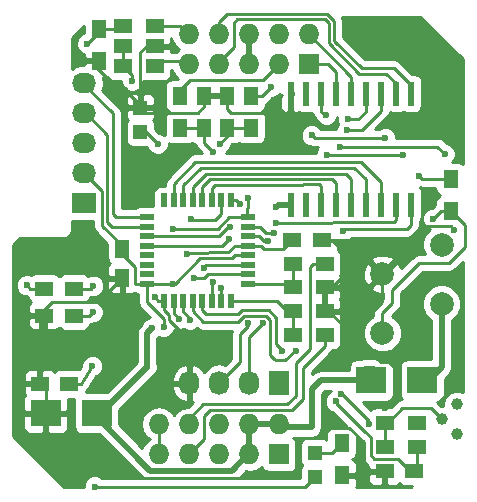
<source format=gbl>
G04 #@! TF.FileFunction,Copper,L2,Bot,Signal*
%FSLAX46Y46*%
G04 Gerber Fmt 4.6, Leading zero omitted, Abs format (unit mm)*
G04 Created by KiCad (PCBNEW 4.0.7) date 05/10/18 10:09:07*
%MOMM*%
%LPD*%
G01*
G04 APERTURE LIST*
%ADD10C,0.200000*%
%ADD11R,1.500000X1.250000*%
%ADD12R,1.727200X2.032000*%
%ADD13O,1.727200X2.032000*%
%ADD14R,1.727200X1.727200*%
%ADD15O,1.727200X1.727200*%
%ADD16R,1.200000X0.600000*%
%ADD17R,0.600000X1.200000*%
%ADD18R,1.250000X1.500000*%
%ADD19R,1.198880X1.198880*%
%ADD20R,2.032000X1.727200*%
%ADD21O,2.032000X1.727200*%
%ADD22R,1.500000X1.300000*%
%ADD23R,1.300000X1.500000*%
%ADD24R,0.600000X2.000000*%
%ADD25C,1.000760*%
%ADD26C,2.000000*%
%ADD27R,2.500000X2.300000*%
%ADD28C,0.600000*%
%ADD29C,0.250000*%
%ADD30C,0.500000*%
%ADD31C,0.254000*%
G04 APERTURE END LIST*
D10*
D11*
X91877200Y-88722200D03*
X89377200Y-88722200D03*
D12*
X109250000Y-96750000D03*
D13*
X106710000Y-96750000D03*
X104170000Y-96750000D03*
X101630000Y-96750000D03*
D14*
X111750000Y-69750000D03*
D15*
X111750000Y-67210000D03*
X109210000Y-69750000D03*
X109210000Y-67210000D03*
X106670000Y-69750000D03*
X106670000Y-67210000D03*
X104130000Y-69750000D03*
X104130000Y-67210000D03*
X101590000Y-69750000D03*
X101590000Y-67210000D03*
D16*
X106590000Y-82700000D03*
X106590000Y-83500000D03*
X106590000Y-84300000D03*
X106590000Y-85100000D03*
X106590000Y-85900000D03*
X106590000Y-86700000D03*
X106590000Y-87500000D03*
X106590000Y-88300000D03*
D17*
X105140000Y-89750000D03*
X104340000Y-89750000D03*
X103540000Y-89750000D03*
X102740000Y-89750000D03*
X101940000Y-89750000D03*
X101140000Y-89750000D03*
X100340000Y-89750000D03*
X99540000Y-89750000D03*
D16*
X98090000Y-88300000D03*
X98090000Y-87500000D03*
X98090000Y-86700000D03*
X98090000Y-85900000D03*
X98090000Y-85100000D03*
X98090000Y-84300000D03*
X98090000Y-83500000D03*
X98090000Y-82700000D03*
D17*
X99540000Y-81250000D03*
X100340000Y-81250000D03*
X101140000Y-81250000D03*
X101940000Y-81250000D03*
X102740000Y-81250000D03*
X103540000Y-81250000D03*
X104340000Y-81250000D03*
X105140000Y-81250000D03*
D11*
X112880000Y-84580000D03*
X110380000Y-84580000D03*
D18*
X95961200Y-85338600D03*
X95961200Y-87838600D03*
D19*
X97510000Y-75499020D03*
X97510000Y-73400980D03*
X112260000Y-104709020D03*
X112260000Y-102610980D03*
D14*
X109250000Y-102750000D03*
D15*
X109250000Y-100210000D03*
X106710000Y-102750000D03*
X106710000Y-100210000D03*
X104170000Y-102750000D03*
X104170000Y-100210000D03*
X101630000Y-102750000D03*
X101630000Y-100210000D03*
X99090000Y-102750000D03*
X99090000Y-100210000D03*
D20*
X92740000Y-81460000D03*
D21*
X92740000Y-78920000D03*
X92740000Y-76380000D03*
X92740000Y-73840000D03*
X92740000Y-71300000D03*
D22*
X98730000Y-66520000D03*
X96030000Y-66520000D03*
D23*
X94030000Y-66730000D03*
X94030000Y-69430000D03*
D22*
X98730000Y-69880000D03*
X96030000Y-69880000D03*
X96030000Y-68200000D03*
X98730000Y-68200000D03*
X113110000Y-86620000D03*
X110410000Y-86620000D03*
X110415000Y-88615000D03*
X113115000Y-88615000D03*
X113130000Y-92640000D03*
X110430000Y-92640000D03*
X110410000Y-90630000D03*
X113110000Y-90630000D03*
D23*
X106850000Y-72400000D03*
X106850000Y-75100000D03*
X104870000Y-75110000D03*
X104870000Y-72410000D03*
X100860000Y-72410000D03*
X100860000Y-75110000D03*
X102900000Y-75110000D03*
X102900000Y-72410000D03*
X123775000Y-82150000D03*
X123775000Y-79450000D03*
X114550000Y-101830000D03*
X114550000Y-104530000D03*
D22*
X118233200Y-100076000D03*
X120933200Y-100076000D03*
D24*
X120410000Y-81620000D03*
X119140000Y-81620000D03*
X117870000Y-81620000D03*
X116600000Y-81620000D03*
X115330000Y-81620000D03*
X114060000Y-81620000D03*
X112790000Y-81620000D03*
X111520000Y-81620000D03*
X110250000Y-81620000D03*
X110250000Y-72220000D03*
X111520000Y-72220000D03*
X112790000Y-72220000D03*
X114060000Y-72220000D03*
X115330000Y-72220000D03*
X116600000Y-72220000D03*
X117870000Y-72220000D03*
X119140000Y-72220000D03*
X120410000Y-72220000D03*
D25*
X123010000Y-99790000D03*
X124280000Y-101060000D03*
X124280000Y-98520000D03*
D26*
X123000000Y-90000000D03*
X118000000Y-92500000D03*
X123000000Y-85000000D03*
X118000000Y-87500000D03*
D11*
X120680800Y-104190800D03*
X118180800Y-104190800D03*
X91496200Y-96799400D03*
X88996200Y-96799400D03*
X91877200Y-91008200D03*
X89377200Y-91008200D03*
D22*
X120933200Y-102158800D03*
X118233200Y-102158800D03*
D27*
X117070000Y-96500000D03*
X121370000Y-96500000D03*
X93793200Y-99263200D03*
X89493200Y-99263200D03*
D28*
X105080000Y-83550000D03*
X123290000Y-77340000D03*
X114440000Y-76710000D03*
X112880000Y-84580000D03*
X89357200Y-103073200D03*
X96012000Y-87909400D03*
X122750000Y-69500000D03*
X124050000Y-83740000D03*
X118211600Y-98856800D03*
X116410000Y-104000000D03*
X98730000Y-89450000D03*
X110190000Y-73990000D03*
X105920000Y-81610000D03*
X96240000Y-71930000D03*
X114650000Y-91900000D03*
X87376000Y-96672400D03*
X105000000Y-84540000D03*
X119710000Y-77380000D03*
X113280000Y-77380000D03*
X121100000Y-79175000D03*
X122310000Y-82800000D03*
X101460000Y-85800000D03*
X99466400Y-91973400D03*
X118250000Y-76000000D03*
X112000000Y-75750000D03*
X100230000Y-88300000D03*
X100280000Y-83670000D03*
X106640000Y-81080000D03*
X93522800Y-88493600D03*
X87884000Y-88442800D03*
X98980000Y-76490000D03*
X108550000Y-71670000D03*
X113250000Y-74000000D03*
X108966000Y-81813400D03*
X98475800Y-92100400D03*
X98069400Y-95351600D03*
X115100000Y-74410000D03*
X115020000Y-75320000D03*
X102850000Y-86950000D03*
X93000000Y-68000000D03*
X96810000Y-71130000D03*
X102050000Y-87820000D03*
X104240000Y-76470000D03*
X104320000Y-88660000D03*
X103630000Y-88150000D03*
X103670000Y-77150000D03*
X101810000Y-82870000D03*
X101700000Y-91360000D03*
X114640000Y-83880000D03*
X109016800Y-83185000D03*
X100761800Y-91262200D03*
X108850000Y-84050000D03*
X107860000Y-91670000D03*
X106620000Y-91670000D03*
X108330000Y-84690000D03*
X93446600Y-95275400D03*
X93472000Y-90728800D03*
X93624400Y-105486200D03*
X114046000Y-98272600D03*
X109524800Y-94030800D03*
X116890800Y-100203000D03*
X110642400Y-94005400D03*
X114528600Y-97612200D03*
D29*
X114440000Y-76710000D02*
X122660000Y-76710000D01*
X122660000Y-76710000D02*
X123290000Y-77340000D01*
X98090000Y-84300000D02*
X104180000Y-84300000D01*
X104930000Y-83550000D02*
X105080000Y-83550000D01*
X104180000Y-84300000D02*
X104930000Y-83550000D01*
X116410000Y-104000000D02*
X116410000Y-101754200D01*
X93472000Y-103073200D02*
X89357200Y-103073200D01*
X95173800Y-104775000D02*
X93472000Y-103073200D01*
X110083600Y-104775000D02*
X95173800Y-104775000D01*
X110693200Y-104165400D02*
X110083600Y-104775000D01*
X110693200Y-101777800D02*
X110693200Y-104165400D01*
X111125000Y-101346000D02*
X110693200Y-101777800D01*
X112420400Y-101346000D02*
X111125000Y-101346000D01*
X113233200Y-100533200D02*
X112420400Y-101346000D01*
X115189000Y-100533200D02*
X113233200Y-100533200D01*
X116410000Y-101754200D02*
X115189000Y-100533200D01*
X118000000Y-87500000D02*
X118000000Y-87282800D01*
X118000000Y-87282800D02*
X121818400Y-83464400D01*
X123774400Y-83464400D02*
X124050000Y-83740000D01*
X121818400Y-83464400D02*
X123774400Y-83464400D01*
X99938200Y-90968200D02*
X99938200Y-91353000D01*
X101630000Y-93044800D02*
X101630000Y-96750000D01*
X99938200Y-91353000D02*
X101630000Y-93044800D01*
X89493200Y-99263200D02*
X89493200Y-97296400D01*
X89493200Y-97296400D02*
X88996200Y-96799400D01*
X88996200Y-96799400D02*
X88996200Y-91389200D01*
X88996200Y-91389200D02*
X89377200Y-91008200D01*
X87376000Y-96672400D02*
X87376000Y-101092000D01*
X87376000Y-101092000D02*
X89357200Y-103073200D01*
X88996200Y-96799400D02*
X87503000Y-96799400D01*
X87503000Y-96799400D02*
X87376000Y-96672400D01*
X89377200Y-91008200D02*
X89377200Y-90505600D01*
X89377200Y-90505600D02*
X89992200Y-89890600D01*
X89992200Y-89890600D02*
X93909200Y-89890600D01*
X93909200Y-89890600D02*
X95961200Y-87838600D01*
X96012000Y-87909400D02*
X95961200Y-87858600D01*
X95961200Y-87858600D02*
X95961200Y-87838600D01*
X114940000Y-104140000D02*
X114550000Y-104530000D01*
X114550000Y-104530000D02*
X114550000Y-104560000D01*
X118000000Y-87500000D02*
X118000000Y-89830000D01*
X118000000Y-89830000D02*
X116320000Y-91510000D01*
X116320000Y-91510000D02*
X116320000Y-93430000D01*
X116320000Y-93430000D02*
X117840000Y-94950000D01*
X117840000Y-94950000D02*
X118580000Y-94950000D01*
X118580000Y-94950000D02*
X119250000Y-95620000D01*
X119250000Y-95620000D02*
X119250000Y-97910000D01*
X119250000Y-97910000D02*
X117981600Y-98856800D01*
X117981600Y-98856800D02*
X118211600Y-98856800D01*
X113110000Y-90630000D02*
X114870000Y-90630000D01*
X114870000Y-90630000D02*
X118000000Y-87500000D01*
X112880000Y-84580000D02*
X115080000Y-84580000D01*
X115080000Y-84580000D02*
X118000000Y-87500000D01*
X98730000Y-68200000D02*
X98030000Y-68200000D01*
X98030000Y-68200000D02*
X97510000Y-68720000D01*
X97510000Y-68720000D02*
X97510000Y-73400980D01*
X114550000Y-104530000D02*
X115880000Y-104530000D01*
X115880000Y-104530000D02*
X116410000Y-104000000D01*
X106670000Y-67210000D02*
X106670000Y-69750000D01*
X96240000Y-71930000D02*
X95670000Y-71930000D01*
X95670000Y-71930000D02*
X93750000Y-70010000D01*
X99540000Y-89750000D02*
X99540000Y-90570000D01*
X99540000Y-90570000D02*
X99938200Y-90968200D01*
X99938200Y-90968200D02*
X99540000Y-90570000D01*
X102370000Y-73840000D02*
X97949020Y-73840000D01*
X97949020Y-73840000D02*
X97510000Y-73400980D01*
X107670000Y-73880000D02*
X110080000Y-73880000D01*
X110080000Y-73880000D02*
X110190000Y-73990000D01*
X110250000Y-72220000D02*
X110250000Y-73930000D01*
X110250000Y-73930000D02*
X110190000Y-73990000D01*
X97510000Y-73400980D02*
X97510000Y-73200000D01*
X97510000Y-73200000D02*
X96240000Y-71930000D01*
X102900000Y-72410000D02*
X102900000Y-73310000D01*
X102900000Y-73310000D02*
X102370000Y-73840000D01*
X99540000Y-89750000D02*
X99030000Y-89750000D01*
X99030000Y-89750000D02*
X98730000Y-89450000D01*
X113110000Y-90630000D02*
X113430000Y-90630000D01*
X113430000Y-90630000D02*
X114650000Y-91850000D01*
X105560000Y-81250000D02*
X105140000Y-81250000D01*
X105920000Y-81610000D02*
X105560000Y-81250000D01*
X113115000Y-88615000D02*
X113725000Y-88615000D01*
X113725000Y-88615000D02*
X114470000Y-87870000D01*
X113670000Y-84580000D02*
X112880000Y-84580000D01*
X114470000Y-85380000D02*
X113670000Y-84580000D01*
X114470000Y-87870000D02*
X114470000Y-85380000D01*
X104870000Y-72410000D02*
X104870000Y-73560000D01*
X108170000Y-73880000D02*
X108200000Y-73910000D01*
X105190000Y-73880000D02*
X107670000Y-73880000D01*
X107670000Y-73880000D02*
X108170000Y-73880000D01*
X104870000Y-73560000D02*
X105190000Y-73880000D01*
X102900000Y-72410000D02*
X104870000Y-72410000D01*
X113115000Y-88615000D02*
X113115000Y-90625000D01*
X113115000Y-90625000D02*
X113110000Y-90630000D01*
X106880000Y-69750000D02*
X106880000Y-69260000D01*
X106880000Y-67210000D02*
X106880000Y-66750000D01*
X114650000Y-91850000D02*
X114650000Y-91900000D01*
X95920000Y-88300000D02*
X95830000Y-88210000D01*
X113280000Y-77380000D02*
X119710000Y-77380000D01*
X98090000Y-85100000D02*
X104440000Y-85100000D01*
X104440000Y-85100000D02*
X105000000Y-84540000D01*
X123775000Y-79450000D02*
X121375000Y-79450000D01*
X121375000Y-79450000D02*
X121100000Y-79175000D01*
X118000000Y-92500000D02*
X118000000Y-90762600D01*
X124968000Y-83566000D02*
X124970000Y-83566000D01*
X124968000Y-85242400D02*
X124968000Y-83566000D01*
X123647200Y-86563200D02*
X124968000Y-85242400D01*
X121107200Y-86563200D02*
X123647200Y-86563200D01*
X118846600Y-88823800D02*
X121107200Y-86563200D01*
X118846600Y-89916000D02*
X118846600Y-88823800D01*
X118000000Y-90762600D02*
X118846600Y-89916000D01*
X124970000Y-83345000D02*
X123775000Y-82150000D01*
X124970000Y-83566000D02*
X124970000Y-83345000D01*
X123775000Y-82150000D02*
X122960000Y-82150000D01*
X122960000Y-82150000D02*
X122310000Y-82800000D01*
X123775000Y-82150000D02*
X123300000Y-82150000D01*
X106590000Y-85100000D02*
X107710000Y-85100000D01*
X109580000Y-85380000D02*
X110380000Y-84580000D01*
X107990000Y-85380000D02*
X109580000Y-85380000D01*
X107710000Y-85100000D02*
X107990000Y-85380000D01*
X105500000Y-85100000D02*
X106590000Y-85100000D01*
X104940000Y-85660000D02*
X105500000Y-85100000D01*
X101580000Y-85680000D02*
X104940000Y-85660000D01*
X101460000Y-85800000D02*
X101580000Y-85680000D01*
X109860000Y-85100000D02*
X110380000Y-84580000D01*
X99466400Y-91973400D02*
X99466400Y-91276400D01*
X99466400Y-91276400D02*
X99390000Y-91200000D01*
X95961200Y-85338600D02*
X95961200Y-85801200D01*
X95961200Y-85801200D02*
X97028000Y-86868000D01*
X97028000Y-86868000D02*
X97028000Y-88315800D01*
X97028000Y-88315800D02*
X97043800Y-88300000D01*
X97043800Y-88300000D02*
X98090000Y-88300000D01*
X112250000Y-76000000D02*
X118250000Y-76000000D01*
X112000000Y-75750000D02*
X112250000Y-76000000D01*
X98090000Y-88300000D02*
X98090000Y-89900000D01*
X98090000Y-89900000D02*
X99390000Y-91200000D01*
X106590000Y-82700000D02*
X105020000Y-82700000D01*
X100260000Y-88290000D02*
X100260000Y-88300000D01*
X100240000Y-88290000D02*
X100260000Y-88290000D01*
X100230000Y-88300000D02*
X100240000Y-88290000D01*
X104050000Y-83670000D02*
X100280000Y-83670000D01*
X105020000Y-82700000D02*
X104050000Y-83670000D01*
X94260000Y-80440000D02*
X92740000Y-78920000D01*
X94260000Y-83410000D02*
X94260000Y-80440000D01*
X95830000Y-84980000D02*
X94260000Y-83410000D01*
X106590000Y-85900000D02*
X105550000Y-85900000D01*
X105550000Y-85900000D02*
X105270000Y-86180000D01*
X105270000Y-86180000D02*
X102570000Y-86180000D01*
X102570000Y-86180000D02*
X100450000Y-88300000D01*
X100450000Y-88300000D02*
X100260000Y-88300000D01*
X100260000Y-88300000D02*
X98090000Y-88300000D01*
X106640000Y-81080000D02*
X106560000Y-82790000D01*
X93294200Y-88722200D02*
X91877200Y-88722200D01*
X93522800Y-88493600D02*
X93294200Y-88722200D01*
X89377200Y-88722200D02*
X88163400Y-88722200D01*
X88163400Y-88722200D02*
X87884000Y-88442800D01*
X97510000Y-75499020D02*
X97989020Y-75499020D01*
X97989020Y-75499020D02*
X98980000Y-76490000D01*
X112260000Y-102610980D02*
X113769020Y-102610980D01*
X113769020Y-102610980D02*
X114550000Y-101830000D01*
X111750000Y-69750000D02*
X113420000Y-69750000D01*
X114060000Y-70390000D02*
X114060000Y-72220000D01*
X113420000Y-69750000D02*
X114060000Y-70390000D01*
X111960000Y-69750000D02*
X111960000Y-69480000D01*
X111960000Y-69750000D02*
X111960000Y-69460000D01*
X115330000Y-72220000D02*
X115330000Y-70790000D01*
X115330000Y-70790000D02*
X111750000Y-67210000D01*
X111750000Y-67210000D02*
X111750000Y-67249200D01*
X115330000Y-72220000D02*
X115330000Y-71430000D01*
X100860000Y-72410000D02*
X100860000Y-71900000D01*
X100860000Y-71900000D02*
X101680000Y-71080000D01*
X107880000Y-71080000D02*
X109210000Y-69750000D01*
X101680000Y-71080000D02*
X107880000Y-71080000D01*
X100860000Y-72410000D02*
X100860000Y-71840000D01*
X100860000Y-72410000D02*
X100860000Y-71720000D01*
X108550000Y-71670000D02*
X107820000Y-72400000D01*
X107820000Y-72400000D02*
X106850000Y-72400000D01*
X109420000Y-66460000D02*
X109340000Y-66460000D01*
X106850000Y-72400000D02*
X106850000Y-71750000D01*
X119140000Y-72220000D02*
X119140000Y-71362600D01*
X119140000Y-71362600D02*
X118313200Y-70535800D01*
X113436400Y-66243200D02*
X113133200Y-65940000D01*
X113436400Y-67919600D02*
X113436400Y-66243200D01*
X116052600Y-70535800D02*
X113436400Y-67919600D01*
X118313200Y-70535800D02*
X116052600Y-70535800D01*
X104130000Y-69750000D02*
X104130000Y-69570000D01*
X104130000Y-69570000D02*
X105390000Y-68310000D01*
X105390000Y-68310000D02*
X105390000Y-66220000D01*
X105390000Y-66220000D02*
X105670000Y-65940000D01*
X105670000Y-65940000D02*
X113133200Y-65940000D01*
X104090000Y-70000000D02*
X104340000Y-69750000D01*
X104320000Y-69770000D02*
X104340000Y-69750000D01*
X104870000Y-65450000D02*
X113303600Y-65450000D01*
X118980798Y-70085798D02*
X120410000Y-71515000D01*
X116238996Y-70085798D02*
X118980798Y-70085798D01*
X113893600Y-67740402D02*
X116238996Y-70085798D01*
X113893600Y-66040000D02*
X113893600Y-67740402D01*
X113303600Y-65450000D02*
X113893600Y-66040000D01*
X120410000Y-71515000D02*
X120410000Y-72220000D01*
X120410000Y-72220000D02*
X120410000Y-71530000D01*
X104130000Y-66190000D02*
X104130000Y-67210000D01*
X104870000Y-65450000D02*
X104130000Y-66190000D01*
X98600000Y-69500000D02*
X101340000Y-69500000D01*
X101340000Y-69500000D02*
X101590000Y-69750000D01*
X98730000Y-66520000D02*
X100900000Y-66520000D01*
X100900000Y-66520000D02*
X101590000Y-67210000D01*
X112790000Y-72220000D02*
X112790000Y-73740000D01*
X112790000Y-73740000D02*
X113250000Y-74000000D01*
D30*
X106710000Y-102750000D02*
X106647600Y-102750000D01*
X106647600Y-102750000D02*
X105257600Y-104140000D01*
X105257600Y-104140000D02*
X98348800Y-104140000D01*
X109250000Y-100210000D02*
X106710000Y-100210000D01*
X98069400Y-95351600D02*
X98069400Y-92506800D01*
X98069400Y-92506800D02*
X98475800Y-92100400D01*
X110250000Y-81620000D02*
X109159400Y-81620000D01*
D29*
X109159400Y-81620000D02*
X108966000Y-81813400D01*
X93793200Y-99263200D02*
X93793200Y-99584400D01*
D30*
X93793200Y-99584400D02*
X98348800Y-104140000D01*
X106710000Y-102750000D02*
X106710000Y-100210000D01*
D29*
X93793200Y-99263200D02*
X94157800Y-99263200D01*
D30*
X94157800Y-99263200D02*
X98069400Y-95351600D01*
D29*
X117250000Y-95400000D02*
X116400000Y-95400000D01*
D30*
X117071160Y-96500000D02*
X113461800Y-96500000D01*
X113461800Y-96500000D02*
X112770000Y-96500000D01*
X112000000Y-97270000D02*
X112000000Y-100460000D01*
X109500000Y-100460000D02*
X112000000Y-100460000D01*
X112770000Y-96500000D02*
X112000000Y-97270000D01*
D29*
X106710000Y-102750000D02*
X106710000Y-103200000D01*
X109500000Y-100460000D02*
X109250000Y-100210000D01*
X116600000Y-72220000D02*
X116600000Y-73750000D01*
X115940000Y-74410000D02*
X115100000Y-74410000D01*
X116600000Y-73750000D02*
X115940000Y-74410000D01*
X117870000Y-72220000D02*
X117870000Y-73700000D01*
X116250000Y-75320000D02*
X115020000Y-75320000D01*
X117870000Y-73700000D02*
X116250000Y-75320000D01*
X113130000Y-92640000D02*
X113130000Y-93600000D01*
X102880000Y-101500000D02*
X101630000Y-102750000D01*
X102880000Y-99490000D02*
X102880000Y-101500000D01*
X103380000Y-98990000D02*
X102880000Y-99490000D01*
X110340000Y-98990000D02*
X103380000Y-98990000D01*
X111260000Y-98070000D02*
X110340000Y-98990000D01*
X111260000Y-95470000D02*
X111260000Y-98070000D01*
X113130000Y-93600000D02*
X111260000Y-95470000D01*
X113130000Y-92640000D02*
X113130000Y-93180000D01*
X113110000Y-86620000D02*
X112109600Y-86620000D01*
X111836200Y-86893400D02*
X111836200Y-93803800D01*
X112109600Y-86620000D02*
X111836200Y-86893400D01*
X110640000Y-95000000D02*
X110640000Y-97820000D01*
X110640000Y-97820000D02*
X109930000Y-98530000D01*
X111836200Y-93803800D02*
X110640000Y-95000000D01*
X101630000Y-100210000D02*
X101630000Y-99730000D01*
X101630000Y-99730000D02*
X102830000Y-98530000D01*
X102830000Y-98530000D02*
X109930000Y-98530000D01*
X113110000Y-86620000D02*
X112400000Y-86620000D01*
X99090000Y-100210000D02*
X99090000Y-102750000D01*
X92740000Y-73840000D02*
X92864600Y-73840000D01*
X92864600Y-73840000D02*
X94710002Y-75685402D01*
X95133200Y-83500000D02*
X98090000Y-83500000D01*
X94710002Y-83076802D02*
X95133200Y-83500000D01*
X94710002Y-75685402D02*
X94710002Y-83076802D01*
X92740000Y-71300000D02*
X92740000Y-71454800D01*
X92740000Y-71454800D02*
X95160004Y-73874804D01*
X95450800Y-82700000D02*
X98090000Y-82700000D01*
X95160004Y-82409204D02*
X95450800Y-82700000D01*
X95160004Y-73874804D02*
X95160004Y-82409204D01*
X92740000Y-71300000D02*
X92790000Y-71300000D01*
X94030000Y-66730000D02*
X94030000Y-66970000D01*
X94030000Y-66970000D02*
X93000000Y-68000000D01*
X94030000Y-66730000D02*
X95820000Y-66730000D01*
X95820000Y-66730000D02*
X96030000Y-66520000D01*
X106590000Y-86700000D02*
X103080000Y-86700000D01*
X102850000Y-86930000D02*
X102850000Y-86950000D01*
X103080000Y-86700000D02*
X102850000Y-86930000D01*
X96030000Y-68200000D02*
X96030000Y-69880000D01*
X96810000Y-71130000D02*
X96810000Y-70660000D01*
X96810000Y-70660000D02*
X96030000Y-69880000D01*
X106590000Y-87500000D02*
X103210000Y-87500000D01*
X102890000Y-87820000D02*
X102050000Y-87820000D01*
X103210000Y-87500000D02*
X102890000Y-87820000D01*
X110410000Y-86620000D02*
X110410000Y-88610000D01*
X110410000Y-88610000D02*
X110415000Y-88615000D01*
X106590000Y-88300000D02*
X110100000Y-88300000D01*
X110100000Y-88300000D02*
X110415000Y-88615000D01*
X110100000Y-88300000D02*
X110415000Y-88615000D01*
X110465000Y-88665000D02*
X110415000Y-88615000D01*
X105140000Y-89750000D02*
X109030000Y-89750000D01*
X109030000Y-89750000D02*
X109910000Y-90630000D01*
X109910000Y-90630000D02*
X110410000Y-90630000D01*
X110410000Y-90630000D02*
X110410000Y-92620000D01*
X110410000Y-92620000D02*
X110430000Y-92640000D01*
X104870000Y-75110000D02*
X106840000Y-75110000D01*
X106840000Y-75110000D02*
X106850000Y-75100000D01*
X104870000Y-75110000D02*
X104870000Y-75840000D01*
X104870000Y-75840000D02*
X104240000Y-76470000D01*
X104320000Y-88660000D02*
X104340000Y-88680000D01*
X104340000Y-88680000D02*
X104340000Y-89750000D01*
X100860000Y-75110000D02*
X102900000Y-75110000D01*
X102900000Y-75110000D02*
X102900000Y-76380000D01*
X103540000Y-88240000D02*
X103540000Y-89750000D01*
X103630000Y-88150000D02*
X103540000Y-88240000D01*
X102900000Y-76380000D02*
X103670000Y-77150000D01*
X104340000Y-82440000D02*
X104340000Y-81250000D01*
X103830000Y-82950000D02*
X104340000Y-82440000D01*
X101890000Y-82950000D02*
X103830000Y-82950000D01*
X101810000Y-82870000D02*
X101890000Y-82950000D01*
X120410000Y-81620000D02*
X120410000Y-83330000D01*
X120090000Y-83650000D02*
X114870000Y-83650000D01*
X120410000Y-83330000D02*
X120090000Y-83650000D01*
X101140000Y-89750000D02*
X101140000Y-90670000D01*
X101700000Y-91230000D02*
X101700000Y-91360000D01*
X101140000Y-90670000D02*
X101700000Y-91230000D01*
X114640000Y-83880000D02*
X114870000Y-83650000D01*
X119140000Y-81620000D02*
X119140000Y-82950000D01*
X118960000Y-83130000D02*
X118200000Y-83130000D01*
X119140000Y-82950000D02*
X118960000Y-83130000D01*
X100340000Y-89750000D02*
X100340000Y-90760000D01*
X100340000Y-90760000D02*
X100761800Y-91262200D01*
X118200000Y-83130000D02*
X109236800Y-83145000D01*
X109236800Y-83145000D02*
X109016800Y-83125000D01*
X109016800Y-83125000D02*
X109016800Y-83185000D01*
X117870000Y-81620000D02*
X117870000Y-79690000D01*
X116220000Y-78040000D02*
X102170000Y-78040000D01*
X117870000Y-79690000D02*
X116220000Y-78040000D01*
X102170000Y-78040000D02*
X100340000Y-79870000D01*
X100340000Y-79870000D02*
X100340000Y-81250000D01*
X116600000Y-81620000D02*
X116600000Y-79460000D01*
X113660000Y-78490002D02*
X113660000Y-78510000D01*
X115630002Y-78490002D02*
X113660000Y-78490002D01*
X116600000Y-79460000D02*
X115630002Y-78490002D01*
X113660000Y-78510000D02*
X102620000Y-78510000D01*
X102620000Y-78510000D02*
X101140000Y-79990000D01*
X101140000Y-79990000D02*
X101140000Y-81250000D01*
X115330000Y-81620000D02*
X115330000Y-79420000D01*
X114900000Y-78990000D02*
X103100000Y-78990000D01*
X115330000Y-79420000D02*
X114900000Y-78990000D01*
X101940000Y-80150000D02*
X101940000Y-81250000D01*
X103100000Y-78990000D02*
X101940000Y-80150000D01*
X114060000Y-81620000D02*
X114060000Y-79800000D01*
X112290000Y-79440002D02*
X112290000Y-79460000D01*
X113700002Y-79440002D02*
X112290000Y-79440002D01*
X114060000Y-79800000D02*
X113700002Y-79440002D01*
X112290000Y-79460000D02*
X103430000Y-79460000D01*
X103430000Y-79460000D02*
X102740000Y-80150000D01*
X102740000Y-80150000D02*
X102740000Y-81250000D01*
X112790000Y-81620000D02*
X112790000Y-80070004D01*
X111290000Y-79910002D02*
X111290000Y-79940000D01*
X112629998Y-79910002D02*
X111290000Y-79910002D01*
X112790000Y-80070004D02*
X112629998Y-79910002D01*
X103540000Y-80190000D02*
X103540000Y-81250000D01*
X103790000Y-79940000D02*
X103540000Y-80190000D01*
X111290000Y-79940000D02*
X103790000Y-79940000D01*
X121368840Y-96500000D02*
X121910000Y-96500000D01*
D30*
X121910000Y-96500000D02*
X123000000Y-95410000D01*
X123000000Y-95410000D02*
X123000000Y-90000000D01*
D29*
X106590000Y-83500000D02*
X107620000Y-83500000D01*
X108170000Y-84050000D02*
X108850000Y-84050000D01*
X107620000Y-83500000D02*
X108170000Y-84050000D01*
X106710000Y-92820000D02*
X106710000Y-96750000D01*
X107860000Y-91670000D02*
X106710000Y-92820000D01*
X106620000Y-91670000D02*
X106620000Y-91906400D01*
X105943400Y-94976600D02*
X104170000Y-96750000D01*
X105943400Y-92583000D02*
X105943400Y-94976600D01*
X106620000Y-91906400D02*
X105943400Y-92583000D01*
X106590000Y-84300000D02*
X107570000Y-84300000D01*
X108350000Y-84690000D02*
X108330000Y-84690000D01*
X108370000Y-84670000D02*
X108350000Y-84690000D01*
X107940000Y-84670000D02*
X108370000Y-84670000D01*
X107570000Y-84300000D02*
X107940000Y-84670000D01*
X91496200Y-96799400D02*
X92456000Y-96799400D01*
X92456000Y-96799400D02*
X93446600Y-95275400D01*
X91877200Y-91008200D02*
X93192600Y-91008200D01*
X93192600Y-91008200D02*
X93472000Y-90728800D01*
X111074200Y-105511600D02*
X93649800Y-105511600D01*
X93649800Y-105511600D02*
X93624400Y-105486200D01*
X111074200Y-105511600D02*
X111457420Y-105511600D01*
X111457420Y-105511600D02*
X112260000Y-104709020D01*
X112260000Y-104859200D02*
X112260000Y-104709020D01*
X118233200Y-100076000D02*
X118465600Y-100076000D01*
X118465600Y-100076000D02*
X119684800Y-98856800D01*
X122076800Y-98856800D02*
X123010000Y-99790000D01*
X119684800Y-98856800D02*
X122076800Y-98856800D01*
X118233200Y-102158800D02*
X118233200Y-100076000D01*
X116535200Y-100863400D02*
X116992400Y-101320600D01*
X116992400Y-102844600D02*
X117322600Y-103174800D01*
X116992400Y-101320600D02*
X116992400Y-102844600D01*
X103759000Y-90870000D02*
X103087400Y-90870000D01*
X103087400Y-90870000D02*
X102997000Y-90779600D01*
X102740000Y-89750000D02*
X102740000Y-90522600D01*
X102740000Y-90522600D02*
X102997000Y-90779600D01*
X102997000Y-90779600D02*
X103087400Y-90870000D01*
X114046000Y-98272600D02*
X114046000Y-98374200D01*
X114046000Y-98374200D02*
X116535200Y-100863400D01*
X103759000Y-90870000D02*
X105802200Y-90870000D01*
X108356400Y-90576400D02*
X108970002Y-91190002D01*
X106095800Y-90576400D02*
X108356400Y-90576400D01*
X105802200Y-90870000D02*
X106095800Y-90576400D01*
X120680800Y-104190800D02*
X120294400Y-104190800D01*
X120294400Y-104190800D02*
X119278400Y-103174800D01*
X119278400Y-103174800D02*
X117322600Y-103174800D01*
X109524800Y-94030800D02*
X109552800Y-94002800D01*
X109552800Y-94002800D02*
X108980000Y-93430000D01*
X120933200Y-102158800D02*
X120933200Y-103836800D01*
X120933200Y-103836800D02*
X120630000Y-104140000D01*
X120630000Y-104120000D02*
X120610000Y-104140000D01*
X108970002Y-91190002D02*
X108970002Y-91920000D01*
X108980000Y-93430000D02*
X108980000Y-91920000D01*
X108970002Y-91920000D02*
X108980000Y-91920000D01*
X114528600Y-97612200D02*
X114554000Y-97612200D01*
X116890800Y-99949000D02*
X116890800Y-100203000D01*
X114554000Y-97612200D02*
X116890800Y-99949000D01*
X110642400Y-94005400D02*
X110617000Y-94005400D01*
X105791000Y-91541600D02*
X102819200Y-91541600D01*
X102819200Y-91541600D02*
X101940000Y-90662400D01*
X101940000Y-90662400D02*
X101940000Y-89750000D01*
X108508800Y-94335600D02*
X108508800Y-91414600D01*
X108839000Y-94665800D02*
X108508800Y-94335600D01*
X105791000Y-91541600D02*
X106299000Y-91033600D01*
X106299000Y-91033600D02*
X108127800Y-91033600D01*
X108127800Y-91033600D02*
X108508800Y-91414600D01*
X110617000Y-94005400D02*
X109728000Y-94767400D01*
X109728000Y-94767400D02*
X108940600Y-94767400D01*
X108940600Y-94767400D02*
X108889800Y-94716600D01*
X108889800Y-94716600D02*
X108839000Y-94716600D01*
X108839000Y-94716600D02*
X108839000Y-94665800D01*
D31*
G36*
X116232400Y-101635402D02*
X116232400Y-102844600D01*
X116290252Y-103135439D01*
X116454999Y-103382001D01*
X116785199Y-103712201D01*
X116795800Y-103719284D01*
X116795800Y-103905050D01*
X116954550Y-104063800D01*
X118053800Y-104063800D01*
X118053800Y-104043800D01*
X118307800Y-104043800D01*
X118307800Y-104063800D01*
X118327800Y-104063800D01*
X118327800Y-104317800D01*
X118307800Y-104317800D01*
X118307800Y-105292050D01*
X118466550Y-105450800D01*
X119057109Y-105450800D01*
X119290498Y-105354127D01*
X119431736Y-105212890D01*
X119466710Y-105267241D01*
X119678910Y-105412231D01*
X119930800Y-105463240D01*
X120532668Y-105463240D01*
X120455908Y-105540000D01*
X115779623Y-105540000D01*
X115835000Y-105406309D01*
X115835000Y-104815750D01*
X115676250Y-104657000D01*
X114677000Y-104657000D01*
X114677000Y-104677000D01*
X114423000Y-104677000D01*
X114423000Y-104657000D01*
X114403000Y-104657000D01*
X114403000Y-104476550D01*
X116795800Y-104476550D01*
X116795800Y-104942110D01*
X116892473Y-105175499D01*
X117071102Y-105354127D01*
X117304491Y-105450800D01*
X117895050Y-105450800D01*
X118053800Y-105292050D01*
X118053800Y-104317800D01*
X116954550Y-104317800D01*
X116795800Y-104476550D01*
X114403000Y-104476550D01*
X114403000Y-104403000D01*
X114423000Y-104403000D01*
X114423000Y-104383000D01*
X114677000Y-104383000D01*
X114677000Y-104403000D01*
X115676250Y-104403000D01*
X115835000Y-104244250D01*
X115835000Y-103653691D01*
X115738327Y-103420302D01*
X115559699Y-103241673D01*
X115423713Y-103185346D01*
X115435317Y-103183162D01*
X115651441Y-103044090D01*
X115796431Y-102831890D01*
X115847440Y-102580000D01*
X115847440Y-101250442D01*
X116232400Y-101635402D01*
X116232400Y-101635402D01*
G37*
X116232400Y-101635402D02*
X116232400Y-102844600D01*
X116290252Y-103135439D01*
X116454999Y-103382001D01*
X116785199Y-103712201D01*
X116795800Y-103719284D01*
X116795800Y-103905050D01*
X116954550Y-104063800D01*
X118053800Y-104063800D01*
X118053800Y-104043800D01*
X118307800Y-104043800D01*
X118307800Y-104063800D01*
X118327800Y-104063800D01*
X118327800Y-104317800D01*
X118307800Y-104317800D01*
X118307800Y-105292050D01*
X118466550Y-105450800D01*
X119057109Y-105450800D01*
X119290498Y-105354127D01*
X119431736Y-105212890D01*
X119466710Y-105267241D01*
X119678910Y-105412231D01*
X119930800Y-105463240D01*
X120532668Y-105463240D01*
X120455908Y-105540000D01*
X115779623Y-105540000D01*
X115835000Y-105406309D01*
X115835000Y-104815750D01*
X115676250Y-104657000D01*
X114677000Y-104657000D01*
X114677000Y-104677000D01*
X114423000Y-104677000D01*
X114423000Y-104657000D01*
X114403000Y-104657000D01*
X114403000Y-104476550D01*
X116795800Y-104476550D01*
X116795800Y-104942110D01*
X116892473Y-105175499D01*
X117071102Y-105354127D01*
X117304491Y-105450800D01*
X117895050Y-105450800D01*
X118053800Y-105292050D01*
X118053800Y-104317800D01*
X116954550Y-104317800D01*
X116795800Y-104476550D01*
X114403000Y-104476550D01*
X114403000Y-104403000D01*
X114423000Y-104403000D01*
X114423000Y-104383000D01*
X114677000Y-104383000D01*
X114677000Y-104403000D01*
X115676250Y-104403000D01*
X115835000Y-104244250D01*
X115835000Y-103653691D01*
X115738327Y-103420302D01*
X115559699Y-103241673D01*
X115423713Y-103185346D01*
X115435317Y-103183162D01*
X115651441Y-103044090D01*
X115796431Y-102831890D01*
X115847440Y-102580000D01*
X115847440Y-101250442D01*
X116232400Y-101635402D01*
G36*
X91724000Y-82971040D02*
X93500000Y-82971040D01*
X93500000Y-83410000D01*
X93557852Y-83700839D01*
X93722599Y-83947401D01*
X94688760Y-84913562D01*
X94688760Y-86088600D01*
X94733038Y-86323917D01*
X94872110Y-86540041D01*
X94940206Y-86586569D01*
X94797873Y-86728902D01*
X94701200Y-86962291D01*
X94701200Y-87552850D01*
X94859950Y-87711600D01*
X95834200Y-87711600D01*
X95834200Y-87691600D01*
X96088200Y-87691600D01*
X96088200Y-87711600D01*
X96108200Y-87711600D01*
X96108200Y-87965600D01*
X96088200Y-87965600D01*
X96088200Y-89064850D01*
X96246950Y-89223600D01*
X96712510Y-89223600D01*
X96945899Y-89126927D01*
X97002165Y-89070661D01*
X97028000Y-89075800D01*
X97053993Y-89070630D01*
X97238110Y-89196431D01*
X97330000Y-89215039D01*
X97330000Y-89900000D01*
X97387852Y-90190839D01*
X97552599Y-90437401D01*
X98283417Y-91168219D01*
X97946857Y-91307283D01*
X97683608Y-91570073D01*
X97633234Y-91691386D01*
X97443610Y-91881010D01*
X97251767Y-92168125D01*
X97243271Y-92210839D01*
X97184399Y-92506800D01*
X97184400Y-92506805D01*
X97184400Y-94985021D01*
X94703660Y-97465760D01*
X92885264Y-97465760D01*
X92893640Y-97424400D01*
X92893640Y-97418292D01*
X92935132Y-97375735D01*
X92993401Y-97336801D01*
X93037635Y-97270600D01*
X93093217Y-97213591D01*
X93786832Y-96146490D01*
X93975543Y-96068517D01*
X94238792Y-95805727D01*
X94381438Y-95462199D01*
X94381762Y-95090233D01*
X94239717Y-94746457D01*
X93976927Y-94483208D01*
X93633399Y-94340562D01*
X93261433Y-94340238D01*
X92917657Y-94482283D01*
X92654408Y-94745073D01*
X92511762Y-95088601D01*
X92511561Y-95319396D01*
X92361472Y-95550303D01*
X92246200Y-95526960D01*
X90746200Y-95526960D01*
X90510883Y-95571238D01*
X90294759Y-95710310D01*
X90248231Y-95778406D01*
X90105898Y-95636073D01*
X89872509Y-95539400D01*
X89281950Y-95539400D01*
X89123200Y-95698150D01*
X89123200Y-96672400D01*
X89143200Y-96672400D01*
X89143200Y-96926400D01*
X89123200Y-96926400D01*
X89123200Y-96946400D01*
X88869200Y-96946400D01*
X88869200Y-96926400D01*
X87769950Y-96926400D01*
X87611200Y-97085150D01*
X87611200Y-97550710D01*
X87700036Y-97765179D01*
X87608200Y-97986890D01*
X87608200Y-98977450D01*
X87766950Y-99136200D01*
X89366200Y-99136200D01*
X89366200Y-99116200D01*
X89620200Y-99116200D01*
X89620200Y-99136200D01*
X91219450Y-99136200D01*
X91378200Y-98977450D01*
X91378200Y-98071840D01*
X91904136Y-98071840D01*
X91895760Y-98113200D01*
X91895760Y-100413200D01*
X91940038Y-100648517D01*
X92079110Y-100864641D01*
X92291310Y-101009631D01*
X92543200Y-101060640D01*
X94017860Y-101060640D01*
X97708821Y-104751600D01*
X94212219Y-104751600D01*
X94154727Y-104694008D01*
X93811199Y-104551362D01*
X93439233Y-104551038D01*
X93095457Y-104693083D01*
X92832208Y-104955873D01*
X92689562Y-105299401D01*
X92689352Y-105540000D01*
X91044092Y-105540000D01*
X86710000Y-101205908D01*
X86710000Y-99548950D01*
X87608200Y-99548950D01*
X87608200Y-100539510D01*
X87704873Y-100772899D01*
X87883502Y-100951527D01*
X88116891Y-101048200D01*
X89207450Y-101048200D01*
X89366200Y-100889450D01*
X89366200Y-99390200D01*
X89620200Y-99390200D01*
X89620200Y-100889450D01*
X89778950Y-101048200D01*
X90869509Y-101048200D01*
X91102898Y-100951527D01*
X91281527Y-100772899D01*
X91378200Y-100539510D01*
X91378200Y-99548950D01*
X91219450Y-99390200D01*
X89620200Y-99390200D01*
X89366200Y-99390200D01*
X87766950Y-99390200D01*
X87608200Y-99548950D01*
X86710000Y-99548950D01*
X86710000Y-96048090D01*
X87611200Y-96048090D01*
X87611200Y-96513650D01*
X87769950Y-96672400D01*
X88869200Y-96672400D01*
X88869200Y-95698150D01*
X88710450Y-95539400D01*
X88119891Y-95539400D01*
X87886502Y-95636073D01*
X87707873Y-95814701D01*
X87611200Y-96048090D01*
X86710000Y-96048090D01*
X86710000Y-91293950D01*
X87992200Y-91293950D01*
X87992200Y-91759510D01*
X88088873Y-91992899D01*
X88267502Y-92171527D01*
X88500891Y-92268200D01*
X89091450Y-92268200D01*
X89250200Y-92109450D01*
X89250200Y-91135200D01*
X88150950Y-91135200D01*
X87992200Y-91293950D01*
X86710000Y-91293950D01*
X86710000Y-88627967D01*
X86948838Y-88627967D01*
X87090883Y-88971743D01*
X87353673Y-89234992D01*
X87697201Y-89377638D01*
X87802791Y-89377730D01*
X87872560Y-89424348D01*
X87999009Y-89449500D01*
X88024038Y-89582517D01*
X88163110Y-89798641D01*
X88252593Y-89859782D01*
X88088873Y-90023501D01*
X87992200Y-90256890D01*
X87992200Y-90722450D01*
X88150950Y-90881200D01*
X89250200Y-90881200D01*
X89250200Y-90861200D01*
X89504200Y-90861200D01*
X89504200Y-90881200D01*
X89524200Y-90881200D01*
X89524200Y-91135200D01*
X89504200Y-91135200D01*
X89504200Y-92109450D01*
X89662950Y-92268200D01*
X90253509Y-92268200D01*
X90486898Y-92171527D01*
X90628136Y-92030290D01*
X90663110Y-92084641D01*
X90875310Y-92229631D01*
X91127200Y-92280640D01*
X92627200Y-92280640D01*
X92862517Y-92236362D01*
X93078641Y-92097290D01*
X93223631Y-91885090D01*
X93249598Y-91756862D01*
X93483439Y-91710348D01*
X93552997Y-91663871D01*
X93657167Y-91663962D01*
X94000943Y-91521917D01*
X94264192Y-91259127D01*
X94406838Y-90915599D01*
X94407162Y-90543633D01*
X94265117Y-90199857D01*
X94002327Y-89936608D01*
X93658799Y-89793962D01*
X93286833Y-89793638D01*
X93039009Y-89896037D01*
X92994355Y-89865526D01*
X93078641Y-89811290D01*
X93223631Y-89599090D01*
X93247302Y-89482200D01*
X93294200Y-89482200D01*
X93563481Y-89428636D01*
X93707967Y-89428762D01*
X94051743Y-89286717D01*
X94314992Y-89023927D01*
X94457638Y-88680399D01*
X94457962Y-88308433D01*
X94381901Y-88124350D01*
X94701200Y-88124350D01*
X94701200Y-88714909D01*
X94797873Y-88948298D01*
X94976501Y-89126927D01*
X95209890Y-89223600D01*
X95675450Y-89223600D01*
X95834200Y-89064850D01*
X95834200Y-87965600D01*
X94859950Y-87965600D01*
X94701200Y-88124350D01*
X94381901Y-88124350D01*
X94315917Y-87964657D01*
X94053127Y-87701408D01*
X93709599Y-87558762D01*
X93337633Y-87558438D01*
X93098643Y-87657186D01*
X93091290Y-87645759D01*
X92879090Y-87500769D01*
X92627200Y-87449760D01*
X91127200Y-87449760D01*
X90891883Y-87494038D01*
X90675759Y-87633110D01*
X90628066Y-87702911D01*
X90591290Y-87645759D01*
X90379090Y-87500769D01*
X90127200Y-87449760D01*
X88627200Y-87449760D01*
X88391883Y-87494038D01*
X88252800Y-87583536D01*
X88070799Y-87507962D01*
X87698833Y-87507638D01*
X87355057Y-87649683D01*
X87091808Y-87912473D01*
X86949162Y-88256001D01*
X86948838Y-88627967D01*
X86710000Y-88627967D01*
X86710000Y-85044092D01*
X87294092Y-84460000D01*
X91000000Y-84460000D01*
X91271705Y-84405954D01*
X91502046Y-84252046D01*
X91655954Y-84021705D01*
X91710000Y-83750000D01*
X91710000Y-82968205D01*
X91724000Y-82971040D01*
X91724000Y-82971040D01*
G37*
X91724000Y-82971040D02*
X93500000Y-82971040D01*
X93500000Y-83410000D01*
X93557852Y-83700839D01*
X93722599Y-83947401D01*
X94688760Y-84913562D01*
X94688760Y-86088600D01*
X94733038Y-86323917D01*
X94872110Y-86540041D01*
X94940206Y-86586569D01*
X94797873Y-86728902D01*
X94701200Y-86962291D01*
X94701200Y-87552850D01*
X94859950Y-87711600D01*
X95834200Y-87711600D01*
X95834200Y-87691600D01*
X96088200Y-87691600D01*
X96088200Y-87711600D01*
X96108200Y-87711600D01*
X96108200Y-87965600D01*
X96088200Y-87965600D01*
X96088200Y-89064850D01*
X96246950Y-89223600D01*
X96712510Y-89223600D01*
X96945899Y-89126927D01*
X97002165Y-89070661D01*
X97028000Y-89075800D01*
X97053993Y-89070630D01*
X97238110Y-89196431D01*
X97330000Y-89215039D01*
X97330000Y-89900000D01*
X97387852Y-90190839D01*
X97552599Y-90437401D01*
X98283417Y-91168219D01*
X97946857Y-91307283D01*
X97683608Y-91570073D01*
X97633234Y-91691386D01*
X97443610Y-91881010D01*
X97251767Y-92168125D01*
X97243271Y-92210839D01*
X97184399Y-92506800D01*
X97184400Y-92506805D01*
X97184400Y-94985021D01*
X94703660Y-97465760D01*
X92885264Y-97465760D01*
X92893640Y-97424400D01*
X92893640Y-97418292D01*
X92935132Y-97375735D01*
X92993401Y-97336801D01*
X93037635Y-97270600D01*
X93093217Y-97213591D01*
X93786832Y-96146490D01*
X93975543Y-96068517D01*
X94238792Y-95805727D01*
X94381438Y-95462199D01*
X94381762Y-95090233D01*
X94239717Y-94746457D01*
X93976927Y-94483208D01*
X93633399Y-94340562D01*
X93261433Y-94340238D01*
X92917657Y-94482283D01*
X92654408Y-94745073D01*
X92511762Y-95088601D01*
X92511561Y-95319396D01*
X92361472Y-95550303D01*
X92246200Y-95526960D01*
X90746200Y-95526960D01*
X90510883Y-95571238D01*
X90294759Y-95710310D01*
X90248231Y-95778406D01*
X90105898Y-95636073D01*
X89872509Y-95539400D01*
X89281950Y-95539400D01*
X89123200Y-95698150D01*
X89123200Y-96672400D01*
X89143200Y-96672400D01*
X89143200Y-96926400D01*
X89123200Y-96926400D01*
X89123200Y-96946400D01*
X88869200Y-96946400D01*
X88869200Y-96926400D01*
X87769950Y-96926400D01*
X87611200Y-97085150D01*
X87611200Y-97550710D01*
X87700036Y-97765179D01*
X87608200Y-97986890D01*
X87608200Y-98977450D01*
X87766950Y-99136200D01*
X89366200Y-99136200D01*
X89366200Y-99116200D01*
X89620200Y-99116200D01*
X89620200Y-99136200D01*
X91219450Y-99136200D01*
X91378200Y-98977450D01*
X91378200Y-98071840D01*
X91904136Y-98071840D01*
X91895760Y-98113200D01*
X91895760Y-100413200D01*
X91940038Y-100648517D01*
X92079110Y-100864641D01*
X92291310Y-101009631D01*
X92543200Y-101060640D01*
X94017860Y-101060640D01*
X97708821Y-104751600D01*
X94212219Y-104751600D01*
X94154727Y-104694008D01*
X93811199Y-104551362D01*
X93439233Y-104551038D01*
X93095457Y-104693083D01*
X92832208Y-104955873D01*
X92689562Y-105299401D01*
X92689352Y-105540000D01*
X91044092Y-105540000D01*
X86710000Y-101205908D01*
X86710000Y-99548950D01*
X87608200Y-99548950D01*
X87608200Y-100539510D01*
X87704873Y-100772899D01*
X87883502Y-100951527D01*
X88116891Y-101048200D01*
X89207450Y-101048200D01*
X89366200Y-100889450D01*
X89366200Y-99390200D01*
X89620200Y-99390200D01*
X89620200Y-100889450D01*
X89778950Y-101048200D01*
X90869509Y-101048200D01*
X91102898Y-100951527D01*
X91281527Y-100772899D01*
X91378200Y-100539510D01*
X91378200Y-99548950D01*
X91219450Y-99390200D01*
X89620200Y-99390200D01*
X89366200Y-99390200D01*
X87766950Y-99390200D01*
X87608200Y-99548950D01*
X86710000Y-99548950D01*
X86710000Y-96048090D01*
X87611200Y-96048090D01*
X87611200Y-96513650D01*
X87769950Y-96672400D01*
X88869200Y-96672400D01*
X88869200Y-95698150D01*
X88710450Y-95539400D01*
X88119891Y-95539400D01*
X87886502Y-95636073D01*
X87707873Y-95814701D01*
X87611200Y-96048090D01*
X86710000Y-96048090D01*
X86710000Y-91293950D01*
X87992200Y-91293950D01*
X87992200Y-91759510D01*
X88088873Y-91992899D01*
X88267502Y-92171527D01*
X88500891Y-92268200D01*
X89091450Y-92268200D01*
X89250200Y-92109450D01*
X89250200Y-91135200D01*
X88150950Y-91135200D01*
X87992200Y-91293950D01*
X86710000Y-91293950D01*
X86710000Y-88627967D01*
X86948838Y-88627967D01*
X87090883Y-88971743D01*
X87353673Y-89234992D01*
X87697201Y-89377638D01*
X87802791Y-89377730D01*
X87872560Y-89424348D01*
X87999009Y-89449500D01*
X88024038Y-89582517D01*
X88163110Y-89798641D01*
X88252593Y-89859782D01*
X88088873Y-90023501D01*
X87992200Y-90256890D01*
X87992200Y-90722450D01*
X88150950Y-90881200D01*
X89250200Y-90881200D01*
X89250200Y-90861200D01*
X89504200Y-90861200D01*
X89504200Y-90881200D01*
X89524200Y-90881200D01*
X89524200Y-91135200D01*
X89504200Y-91135200D01*
X89504200Y-92109450D01*
X89662950Y-92268200D01*
X90253509Y-92268200D01*
X90486898Y-92171527D01*
X90628136Y-92030290D01*
X90663110Y-92084641D01*
X90875310Y-92229631D01*
X91127200Y-92280640D01*
X92627200Y-92280640D01*
X92862517Y-92236362D01*
X93078641Y-92097290D01*
X93223631Y-91885090D01*
X93249598Y-91756862D01*
X93483439Y-91710348D01*
X93552997Y-91663871D01*
X93657167Y-91663962D01*
X94000943Y-91521917D01*
X94264192Y-91259127D01*
X94406838Y-90915599D01*
X94407162Y-90543633D01*
X94265117Y-90199857D01*
X94002327Y-89936608D01*
X93658799Y-89793962D01*
X93286833Y-89793638D01*
X93039009Y-89896037D01*
X92994355Y-89865526D01*
X93078641Y-89811290D01*
X93223631Y-89599090D01*
X93247302Y-89482200D01*
X93294200Y-89482200D01*
X93563481Y-89428636D01*
X93707967Y-89428762D01*
X94051743Y-89286717D01*
X94314992Y-89023927D01*
X94457638Y-88680399D01*
X94457962Y-88308433D01*
X94381901Y-88124350D01*
X94701200Y-88124350D01*
X94701200Y-88714909D01*
X94797873Y-88948298D01*
X94976501Y-89126927D01*
X95209890Y-89223600D01*
X95675450Y-89223600D01*
X95834200Y-89064850D01*
X95834200Y-87965600D01*
X94859950Y-87965600D01*
X94701200Y-88124350D01*
X94381901Y-88124350D01*
X94315917Y-87964657D01*
X94053127Y-87701408D01*
X93709599Y-87558762D01*
X93337633Y-87558438D01*
X93098643Y-87657186D01*
X93091290Y-87645759D01*
X92879090Y-87500769D01*
X92627200Y-87449760D01*
X91127200Y-87449760D01*
X90891883Y-87494038D01*
X90675759Y-87633110D01*
X90628066Y-87702911D01*
X90591290Y-87645759D01*
X90379090Y-87500769D01*
X90127200Y-87449760D01*
X88627200Y-87449760D01*
X88391883Y-87494038D01*
X88252800Y-87583536D01*
X88070799Y-87507962D01*
X87698833Y-87507638D01*
X87355057Y-87649683D01*
X87091808Y-87912473D01*
X86949162Y-88256001D01*
X86948838Y-88627967D01*
X86710000Y-88627967D01*
X86710000Y-85044092D01*
X87294092Y-84460000D01*
X91000000Y-84460000D01*
X91271705Y-84405954D01*
X91502046Y-84252046D01*
X91655954Y-84021705D01*
X91710000Y-83750000D01*
X91710000Y-82968205D01*
X91724000Y-82971040D01*
G36*
X113593762Y-97425401D02*
X113593742Y-97447797D01*
X113517057Y-97479483D01*
X113253808Y-97742273D01*
X113111162Y-98085801D01*
X113110838Y-98457767D01*
X113252883Y-98801543D01*
X113515673Y-99064792D01*
X113765547Y-99168549D01*
X115029558Y-100432560D01*
X113900000Y-100432560D01*
X113664683Y-100476838D01*
X113448559Y-100615910D01*
X113303569Y-100828110D01*
X113252560Y-101080000D01*
X113252560Y-101511607D01*
X113111330Y-101415109D01*
X112859440Y-101364100D01*
X111660560Y-101364100D01*
X111425243Y-101408378D01*
X111209119Y-101547450D01*
X111064129Y-101759650D01*
X111013120Y-102011540D01*
X111013120Y-103210420D01*
X111057398Y-103445737D01*
X111196470Y-103661861D01*
X111197467Y-103662543D01*
X111064129Y-103857690D01*
X111013120Y-104109580D01*
X111013120Y-104751600D01*
X105897580Y-104751600D01*
X106447045Y-104202135D01*
X106680641Y-104248600D01*
X106739359Y-104248600D01*
X107312848Y-104134526D01*
X107778442Y-103823426D01*
X107783238Y-103848917D01*
X107922310Y-104065041D01*
X108134510Y-104210031D01*
X108386400Y-104261040D01*
X110113600Y-104261040D01*
X110348917Y-104216762D01*
X110565041Y-104077690D01*
X110710031Y-103865490D01*
X110761040Y-103613600D01*
X110761040Y-101886400D01*
X110716762Y-101651083D01*
X110577690Y-101434959D01*
X110446031Y-101345000D01*
X112000000Y-101345000D01*
X112338675Y-101277633D01*
X112625790Y-101085790D01*
X112817633Y-100798675D01*
X112885000Y-100460000D01*
X112885000Y-97636580D01*
X113136579Y-97385000D01*
X113610538Y-97385000D01*
X113593762Y-97425401D01*
X113593762Y-97425401D01*
G37*
X113593762Y-97425401D02*
X113593742Y-97447797D01*
X113517057Y-97479483D01*
X113253808Y-97742273D01*
X113111162Y-98085801D01*
X113110838Y-98457767D01*
X113252883Y-98801543D01*
X113515673Y-99064792D01*
X113765547Y-99168549D01*
X115029558Y-100432560D01*
X113900000Y-100432560D01*
X113664683Y-100476838D01*
X113448559Y-100615910D01*
X113303569Y-100828110D01*
X113252560Y-101080000D01*
X113252560Y-101511607D01*
X113111330Y-101415109D01*
X112859440Y-101364100D01*
X111660560Y-101364100D01*
X111425243Y-101408378D01*
X111209119Y-101547450D01*
X111064129Y-101759650D01*
X111013120Y-102011540D01*
X111013120Y-103210420D01*
X111057398Y-103445737D01*
X111196470Y-103661861D01*
X111197467Y-103662543D01*
X111064129Y-103857690D01*
X111013120Y-104109580D01*
X111013120Y-104751600D01*
X105897580Y-104751600D01*
X106447045Y-104202135D01*
X106680641Y-104248600D01*
X106739359Y-104248600D01*
X107312848Y-104134526D01*
X107778442Y-103823426D01*
X107783238Y-103848917D01*
X107922310Y-104065041D01*
X108134510Y-104210031D01*
X108386400Y-104261040D01*
X110113600Y-104261040D01*
X110348917Y-104216762D01*
X110565041Y-104077690D01*
X110710031Y-103865490D01*
X110761040Y-103613600D01*
X110761040Y-101886400D01*
X110716762Y-101651083D01*
X110577690Y-101434959D01*
X110446031Y-101345000D01*
X112000000Y-101345000D01*
X112338675Y-101277633D01*
X112625790Y-101085790D01*
X112817633Y-100798675D01*
X112885000Y-100460000D01*
X112885000Y-97636580D01*
X113136579Y-97385000D01*
X113610538Y-97385000D01*
X113593762Y-97425401D01*
G36*
X102528361Y-92243748D02*
X102819200Y-92301600D01*
X105239374Y-92301600D01*
X105183400Y-92583000D01*
X105183400Y-94661798D01*
X104677579Y-95167619D01*
X104170000Y-95066655D01*
X103596511Y-95180729D01*
X103110330Y-95505585D01*
X102903539Y-95815069D01*
X102532036Y-95399268D01*
X102004791Y-95145291D01*
X101989026Y-95142642D01*
X101757000Y-95263783D01*
X101757000Y-96623000D01*
X101777000Y-96623000D01*
X101777000Y-96877000D01*
X101757000Y-96877000D01*
X101757000Y-98236217D01*
X101948828Y-98336370D01*
X101567133Y-98718065D01*
X101027152Y-98825474D01*
X100540971Y-99150330D01*
X100360000Y-99421172D01*
X100179029Y-99150330D01*
X99692848Y-98825474D01*
X99119359Y-98711400D01*
X99060641Y-98711400D01*
X98487152Y-98825474D01*
X98000971Y-99150330D01*
X97676115Y-99636511D01*
X97562041Y-100210000D01*
X97676115Y-100783489D01*
X98000971Y-101269670D01*
X98315752Y-101480000D01*
X98000971Y-101690330D01*
X97676115Y-102176511D01*
X97669607Y-102209228D01*
X95690640Y-100230260D01*
X95690640Y-98981940D01*
X97560666Y-97111913D01*
X100144816Y-97111913D01*
X100338046Y-97664320D01*
X100727964Y-98100732D01*
X101255209Y-98354709D01*
X101270974Y-98357358D01*
X101503000Y-98236217D01*
X101503000Y-96877000D01*
X100289076Y-96877000D01*
X100144816Y-97111913D01*
X97560666Y-97111913D01*
X98284492Y-96388087D01*
X100144816Y-96388087D01*
X100289076Y-96623000D01*
X101503000Y-96623000D01*
X101503000Y-95263783D01*
X101270974Y-95142642D01*
X101255209Y-95145291D01*
X100727964Y-95399268D01*
X100338046Y-95835680D01*
X100144816Y-96388087D01*
X98284492Y-96388087D01*
X98478234Y-96194345D01*
X98598343Y-96144717D01*
X98861592Y-95881927D01*
X99004238Y-95538399D01*
X99004562Y-95166433D01*
X98954400Y-95045031D01*
X98954400Y-92914318D01*
X99004743Y-92893517D01*
X99075073Y-92823310D01*
X99279601Y-92908238D01*
X99651567Y-92908562D01*
X99995343Y-92766517D01*
X100258592Y-92503727D01*
X100401238Y-92160199D01*
X100401269Y-92124898D01*
X100575001Y-92197038D01*
X100946967Y-92197362D01*
X101136562Y-92119023D01*
X101169673Y-92152192D01*
X101513201Y-92294838D01*
X101885167Y-92295162D01*
X102228943Y-92153117D01*
X102294612Y-92087562D01*
X102528361Y-92243748D01*
X102528361Y-92243748D01*
G37*
X102528361Y-92243748D02*
X102819200Y-92301600D01*
X105239374Y-92301600D01*
X105183400Y-92583000D01*
X105183400Y-94661798D01*
X104677579Y-95167619D01*
X104170000Y-95066655D01*
X103596511Y-95180729D01*
X103110330Y-95505585D01*
X102903539Y-95815069D01*
X102532036Y-95399268D01*
X102004791Y-95145291D01*
X101989026Y-95142642D01*
X101757000Y-95263783D01*
X101757000Y-96623000D01*
X101777000Y-96623000D01*
X101777000Y-96877000D01*
X101757000Y-96877000D01*
X101757000Y-98236217D01*
X101948828Y-98336370D01*
X101567133Y-98718065D01*
X101027152Y-98825474D01*
X100540971Y-99150330D01*
X100360000Y-99421172D01*
X100179029Y-99150330D01*
X99692848Y-98825474D01*
X99119359Y-98711400D01*
X99060641Y-98711400D01*
X98487152Y-98825474D01*
X98000971Y-99150330D01*
X97676115Y-99636511D01*
X97562041Y-100210000D01*
X97676115Y-100783489D01*
X98000971Y-101269670D01*
X98315752Y-101480000D01*
X98000971Y-101690330D01*
X97676115Y-102176511D01*
X97669607Y-102209228D01*
X95690640Y-100230260D01*
X95690640Y-98981940D01*
X97560666Y-97111913D01*
X100144816Y-97111913D01*
X100338046Y-97664320D01*
X100727964Y-98100732D01*
X101255209Y-98354709D01*
X101270974Y-98357358D01*
X101503000Y-98236217D01*
X101503000Y-96877000D01*
X100289076Y-96877000D01*
X100144816Y-97111913D01*
X97560666Y-97111913D01*
X98284492Y-96388087D01*
X100144816Y-96388087D01*
X100289076Y-96623000D01*
X101503000Y-96623000D01*
X101503000Y-95263783D01*
X101270974Y-95142642D01*
X101255209Y-95145291D01*
X100727964Y-95399268D01*
X100338046Y-95835680D01*
X100144816Y-96388087D01*
X98284492Y-96388087D01*
X98478234Y-96194345D01*
X98598343Y-96144717D01*
X98861592Y-95881927D01*
X99004238Y-95538399D01*
X99004562Y-95166433D01*
X98954400Y-95045031D01*
X98954400Y-92914318D01*
X99004743Y-92893517D01*
X99075073Y-92823310D01*
X99279601Y-92908238D01*
X99651567Y-92908562D01*
X99995343Y-92766517D01*
X100258592Y-92503727D01*
X100401238Y-92160199D01*
X100401269Y-92124898D01*
X100575001Y-92197038D01*
X100946967Y-92197362D01*
X101136562Y-92119023D01*
X101169673Y-92152192D01*
X101513201Y-92294838D01*
X101885167Y-92295162D01*
X102228943Y-92153117D01*
X102294612Y-92087562D01*
X102528361Y-92243748D01*
G36*
X121060200Y-99949000D02*
X121080200Y-99949000D01*
X121080200Y-100203000D01*
X121060200Y-100203000D01*
X121060200Y-100223000D01*
X120806200Y-100223000D01*
X120806200Y-100203000D01*
X120786200Y-100203000D01*
X120786200Y-99949000D01*
X120806200Y-99949000D01*
X120806200Y-99929000D01*
X121060200Y-99929000D01*
X121060200Y-99949000D01*
X121060200Y-99949000D01*
G37*
X121060200Y-99949000D02*
X121080200Y-99949000D01*
X121080200Y-100203000D01*
X121060200Y-100203000D01*
X121060200Y-100223000D01*
X120806200Y-100223000D01*
X120806200Y-100203000D01*
X120786200Y-100203000D01*
X120786200Y-99949000D01*
X120806200Y-99949000D01*
X120806200Y-99929000D01*
X121060200Y-99929000D01*
X121060200Y-99949000D01*
G36*
X121375000Y-80210000D02*
X122479442Y-80210000D01*
X122521838Y-80435317D01*
X122660910Y-80651441D01*
X122873110Y-80796431D01*
X122886197Y-80799081D01*
X122673559Y-80935910D01*
X122528569Y-81148110D01*
X122477560Y-81400000D01*
X122477560Y-81575875D01*
X122422599Y-81612599D01*
X122170320Y-81864878D01*
X122124833Y-81864838D01*
X121781057Y-82006883D01*
X121517808Y-82269673D01*
X121375162Y-82613201D01*
X121374838Y-82985167D01*
X121516883Y-83328943D01*
X121779673Y-83592192D01*
X122003079Y-83684959D01*
X121614722Y-84072637D01*
X121365284Y-84673352D01*
X121364716Y-85323795D01*
X121562803Y-85803200D01*
X121107200Y-85803200D01*
X120816360Y-85861052D01*
X120569799Y-86025799D01*
X119580617Y-87014981D01*
X119419387Y-86625736D01*
X119152532Y-86527073D01*
X118179605Y-87500000D01*
X118193748Y-87514143D01*
X118014143Y-87693748D01*
X118000000Y-87679605D01*
X117027073Y-88652532D01*
X117125736Y-88919387D01*
X117735461Y-89145908D01*
X118086600Y-89132915D01*
X118086600Y-89601198D01*
X117462599Y-90225199D01*
X117297852Y-90471761D01*
X117240000Y-90762600D01*
X117240000Y-91044953D01*
X117075057Y-91113106D01*
X116614722Y-91572637D01*
X116365284Y-92173352D01*
X116364716Y-92823795D01*
X116613106Y-93424943D01*
X117072637Y-93885278D01*
X117673352Y-94134716D01*
X118323795Y-94135284D01*
X118924943Y-93886894D01*
X119385278Y-93427363D01*
X119634716Y-92826648D01*
X119635284Y-92176205D01*
X119386894Y-91575057D01*
X118927363Y-91114722D01*
X118782735Y-91054667D01*
X119384001Y-90453401D01*
X119548748Y-90206840D01*
X119606600Y-89916000D01*
X119606600Y-89138602D01*
X121422002Y-87323200D01*
X123647200Y-87323200D01*
X123938039Y-87265348D01*
X124184601Y-87100601D01*
X124790000Y-86495202D01*
X124790000Y-97502399D01*
X124506832Y-97384818D01*
X124055150Y-97384424D01*
X123637699Y-97556911D01*
X123318033Y-97876019D01*
X123144818Y-98293168D01*
X123144503Y-98654737D01*
X122949369Y-98654567D01*
X122614201Y-98319399D01*
X122581337Y-98297440D01*
X122620000Y-98297440D01*
X122855317Y-98253162D01*
X123071441Y-98114090D01*
X123216431Y-97901890D01*
X123267440Y-97650000D01*
X123267440Y-96394139D01*
X123625787Y-96035792D01*
X123625790Y-96035790D01*
X123817633Y-95748675D01*
X123859460Y-95538399D01*
X123885001Y-95410000D01*
X123885000Y-95409995D01*
X123885000Y-91403398D01*
X123924943Y-91386894D01*
X124385278Y-90927363D01*
X124634716Y-90326648D01*
X124635284Y-89676205D01*
X124386894Y-89075057D01*
X123927363Y-88614722D01*
X123326648Y-88365284D01*
X122676205Y-88364716D01*
X122075057Y-88613106D01*
X121614722Y-89072637D01*
X121365284Y-89673352D01*
X121364716Y-90323795D01*
X121613106Y-90924943D01*
X122072637Y-91385278D01*
X122115000Y-91402869D01*
X122115000Y-94702560D01*
X120120000Y-94702560D01*
X119884683Y-94746838D01*
X119668559Y-94885910D01*
X119523569Y-95098110D01*
X119472560Y-95350000D01*
X119472560Y-97650000D01*
X119516838Y-97885317D01*
X119655910Y-98101441D01*
X119657163Y-98102297D01*
X119393960Y-98154652D01*
X119147399Y-98319399D01*
X118688238Y-98778560D01*
X117483200Y-98778560D01*
X117247883Y-98822838D01*
X117031759Y-98961910D01*
X117010145Y-98993543D01*
X116314042Y-98297440D01*
X118320000Y-98297440D01*
X118555317Y-98253162D01*
X118771441Y-98114090D01*
X118916431Y-97901890D01*
X118967440Y-97650000D01*
X118967440Y-95350000D01*
X118923162Y-95114683D01*
X118784090Y-94898559D01*
X118571890Y-94753569D01*
X118320000Y-94702560D01*
X117547885Y-94702560D01*
X117540839Y-94697852D01*
X117250000Y-94640000D01*
X116400000Y-94640000D01*
X116109161Y-94697852D01*
X116102115Y-94702560D01*
X115820000Y-94702560D01*
X115584683Y-94746838D01*
X115368559Y-94885910D01*
X115223569Y-95098110D01*
X115172560Y-95350000D01*
X115172560Y-95615000D01*
X112770000Y-95615000D01*
X112431325Y-95682367D01*
X112144210Y-95874210D01*
X112144208Y-95874213D01*
X112020000Y-95998421D01*
X112020000Y-95784802D01*
X113667401Y-94137401D01*
X113801011Y-93937440D01*
X113880000Y-93937440D01*
X114115317Y-93893162D01*
X114331441Y-93754090D01*
X114476431Y-93541890D01*
X114527440Y-93290000D01*
X114527440Y-91990000D01*
X114483162Y-91754683D01*
X114402574Y-91629446D01*
X114495000Y-91406310D01*
X114495000Y-90915750D01*
X114336250Y-90757000D01*
X113237000Y-90757000D01*
X113237000Y-90777000D01*
X112983000Y-90777000D01*
X112983000Y-90757000D01*
X112963000Y-90757000D01*
X112963000Y-90503000D01*
X112983000Y-90503000D01*
X112983000Y-89746250D01*
X112988000Y-89741250D01*
X112988000Y-89503750D01*
X113237000Y-89503750D01*
X113237000Y-90503000D01*
X114336250Y-90503000D01*
X114495000Y-90344250D01*
X114495000Y-89853690D01*
X114401080Y-89626946D01*
X114403327Y-89624699D01*
X114500000Y-89391310D01*
X114500000Y-88900750D01*
X114341250Y-88742000D01*
X113242000Y-88742000D01*
X113242000Y-89498750D01*
X113237000Y-89503750D01*
X112988000Y-89503750D01*
X112988000Y-88742000D01*
X112968000Y-88742000D01*
X112968000Y-88488000D01*
X112988000Y-88488000D01*
X112988000Y-88468000D01*
X113242000Y-88468000D01*
X113242000Y-88488000D01*
X114341250Y-88488000D01*
X114500000Y-88329250D01*
X114500000Y-87838690D01*
X114403327Y-87605301D01*
X114401017Y-87602991D01*
X114456431Y-87521890D01*
X114507440Y-87270000D01*
X114507440Y-87235461D01*
X116354092Y-87235461D01*
X116378144Y-87885460D01*
X116580613Y-88374264D01*
X116847468Y-88472927D01*
X117820395Y-87500000D01*
X116847468Y-86527073D01*
X116580613Y-86625736D01*
X116354092Y-87235461D01*
X114507440Y-87235461D01*
X114507440Y-86347468D01*
X117027073Y-86347468D01*
X118000000Y-87320395D01*
X118972927Y-86347468D01*
X118874264Y-86080613D01*
X118264539Y-85854092D01*
X117614540Y-85878144D01*
X117125736Y-86080613D01*
X117027073Y-86347468D01*
X114507440Y-86347468D01*
X114507440Y-85970000D01*
X114463162Y-85734683D01*
X114324090Y-85518559D01*
X114217583Y-85445786D01*
X114265000Y-85331310D01*
X114265000Y-84865750D01*
X114106252Y-84707002D01*
X114193504Y-84707002D01*
X114453201Y-84814838D01*
X114825167Y-84815162D01*
X115168943Y-84673117D01*
X115432192Y-84410327D01*
X115432328Y-84410000D01*
X120090000Y-84410000D01*
X120380839Y-84352148D01*
X120627401Y-84187401D01*
X120947401Y-83867401D01*
X121112148Y-83620840D01*
X121170000Y-83330000D01*
X121170000Y-83071563D01*
X121306431Y-82871890D01*
X121357440Y-82620000D01*
X121357440Y-80620000D01*
X121313162Y-80384683D01*
X121175180Y-80170253D01*
X121375000Y-80210000D01*
X121375000Y-80210000D01*
G37*
X121375000Y-80210000D02*
X122479442Y-80210000D01*
X122521838Y-80435317D01*
X122660910Y-80651441D01*
X122873110Y-80796431D01*
X122886197Y-80799081D01*
X122673559Y-80935910D01*
X122528569Y-81148110D01*
X122477560Y-81400000D01*
X122477560Y-81575875D01*
X122422599Y-81612599D01*
X122170320Y-81864878D01*
X122124833Y-81864838D01*
X121781057Y-82006883D01*
X121517808Y-82269673D01*
X121375162Y-82613201D01*
X121374838Y-82985167D01*
X121516883Y-83328943D01*
X121779673Y-83592192D01*
X122003079Y-83684959D01*
X121614722Y-84072637D01*
X121365284Y-84673352D01*
X121364716Y-85323795D01*
X121562803Y-85803200D01*
X121107200Y-85803200D01*
X120816360Y-85861052D01*
X120569799Y-86025799D01*
X119580617Y-87014981D01*
X119419387Y-86625736D01*
X119152532Y-86527073D01*
X118179605Y-87500000D01*
X118193748Y-87514143D01*
X118014143Y-87693748D01*
X118000000Y-87679605D01*
X117027073Y-88652532D01*
X117125736Y-88919387D01*
X117735461Y-89145908D01*
X118086600Y-89132915D01*
X118086600Y-89601198D01*
X117462599Y-90225199D01*
X117297852Y-90471761D01*
X117240000Y-90762600D01*
X117240000Y-91044953D01*
X117075057Y-91113106D01*
X116614722Y-91572637D01*
X116365284Y-92173352D01*
X116364716Y-92823795D01*
X116613106Y-93424943D01*
X117072637Y-93885278D01*
X117673352Y-94134716D01*
X118323795Y-94135284D01*
X118924943Y-93886894D01*
X119385278Y-93427363D01*
X119634716Y-92826648D01*
X119635284Y-92176205D01*
X119386894Y-91575057D01*
X118927363Y-91114722D01*
X118782735Y-91054667D01*
X119384001Y-90453401D01*
X119548748Y-90206840D01*
X119606600Y-89916000D01*
X119606600Y-89138602D01*
X121422002Y-87323200D01*
X123647200Y-87323200D01*
X123938039Y-87265348D01*
X124184601Y-87100601D01*
X124790000Y-86495202D01*
X124790000Y-97502399D01*
X124506832Y-97384818D01*
X124055150Y-97384424D01*
X123637699Y-97556911D01*
X123318033Y-97876019D01*
X123144818Y-98293168D01*
X123144503Y-98654737D01*
X122949369Y-98654567D01*
X122614201Y-98319399D01*
X122581337Y-98297440D01*
X122620000Y-98297440D01*
X122855317Y-98253162D01*
X123071441Y-98114090D01*
X123216431Y-97901890D01*
X123267440Y-97650000D01*
X123267440Y-96394139D01*
X123625787Y-96035792D01*
X123625790Y-96035790D01*
X123817633Y-95748675D01*
X123859460Y-95538399D01*
X123885001Y-95410000D01*
X123885000Y-95409995D01*
X123885000Y-91403398D01*
X123924943Y-91386894D01*
X124385278Y-90927363D01*
X124634716Y-90326648D01*
X124635284Y-89676205D01*
X124386894Y-89075057D01*
X123927363Y-88614722D01*
X123326648Y-88365284D01*
X122676205Y-88364716D01*
X122075057Y-88613106D01*
X121614722Y-89072637D01*
X121365284Y-89673352D01*
X121364716Y-90323795D01*
X121613106Y-90924943D01*
X122072637Y-91385278D01*
X122115000Y-91402869D01*
X122115000Y-94702560D01*
X120120000Y-94702560D01*
X119884683Y-94746838D01*
X119668559Y-94885910D01*
X119523569Y-95098110D01*
X119472560Y-95350000D01*
X119472560Y-97650000D01*
X119516838Y-97885317D01*
X119655910Y-98101441D01*
X119657163Y-98102297D01*
X119393960Y-98154652D01*
X119147399Y-98319399D01*
X118688238Y-98778560D01*
X117483200Y-98778560D01*
X117247883Y-98822838D01*
X117031759Y-98961910D01*
X117010145Y-98993543D01*
X116314042Y-98297440D01*
X118320000Y-98297440D01*
X118555317Y-98253162D01*
X118771441Y-98114090D01*
X118916431Y-97901890D01*
X118967440Y-97650000D01*
X118967440Y-95350000D01*
X118923162Y-95114683D01*
X118784090Y-94898559D01*
X118571890Y-94753569D01*
X118320000Y-94702560D01*
X117547885Y-94702560D01*
X117540839Y-94697852D01*
X117250000Y-94640000D01*
X116400000Y-94640000D01*
X116109161Y-94697852D01*
X116102115Y-94702560D01*
X115820000Y-94702560D01*
X115584683Y-94746838D01*
X115368559Y-94885910D01*
X115223569Y-95098110D01*
X115172560Y-95350000D01*
X115172560Y-95615000D01*
X112770000Y-95615000D01*
X112431325Y-95682367D01*
X112144210Y-95874210D01*
X112144208Y-95874213D01*
X112020000Y-95998421D01*
X112020000Y-95784802D01*
X113667401Y-94137401D01*
X113801011Y-93937440D01*
X113880000Y-93937440D01*
X114115317Y-93893162D01*
X114331441Y-93754090D01*
X114476431Y-93541890D01*
X114527440Y-93290000D01*
X114527440Y-91990000D01*
X114483162Y-91754683D01*
X114402574Y-91629446D01*
X114495000Y-91406310D01*
X114495000Y-90915750D01*
X114336250Y-90757000D01*
X113237000Y-90757000D01*
X113237000Y-90777000D01*
X112983000Y-90777000D01*
X112983000Y-90757000D01*
X112963000Y-90757000D01*
X112963000Y-90503000D01*
X112983000Y-90503000D01*
X112983000Y-89746250D01*
X112988000Y-89741250D01*
X112988000Y-89503750D01*
X113237000Y-89503750D01*
X113237000Y-90503000D01*
X114336250Y-90503000D01*
X114495000Y-90344250D01*
X114495000Y-89853690D01*
X114401080Y-89626946D01*
X114403327Y-89624699D01*
X114500000Y-89391310D01*
X114500000Y-88900750D01*
X114341250Y-88742000D01*
X113242000Y-88742000D01*
X113242000Y-89498750D01*
X113237000Y-89503750D01*
X112988000Y-89503750D01*
X112988000Y-88742000D01*
X112968000Y-88742000D01*
X112968000Y-88488000D01*
X112988000Y-88488000D01*
X112988000Y-88468000D01*
X113242000Y-88468000D01*
X113242000Y-88488000D01*
X114341250Y-88488000D01*
X114500000Y-88329250D01*
X114500000Y-87838690D01*
X114403327Y-87605301D01*
X114401017Y-87602991D01*
X114456431Y-87521890D01*
X114507440Y-87270000D01*
X114507440Y-87235461D01*
X116354092Y-87235461D01*
X116378144Y-87885460D01*
X116580613Y-88374264D01*
X116847468Y-88472927D01*
X117820395Y-87500000D01*
X116847468Y-86527073D01*
X116580613Y-86625736D01*
X116354092Y-87235461D01*
X114507440Y-87235461D01*
X114507440Y-86347468D01*
X117027073Y-86347468D01*
X118000000Y-87320395D01*
X118972927Y-86347468D01*
X118874264Y-86080613D01*
X118264539Y-85854092D01*
X117614540Y-85878144D01*
X117125736Y-86080613D01*
X117027073Y-86347468D01*
X114507440Y-86347468D01*
X114507440Y-85970000D01*
X114463162Y-85734683D01*
X114324090Y-85518559D01*
X114217583Y-85445786D01*
X114265000Y-85331310D01*
X114265000Y-84865750D01*
X114106252Y-84707002D01*
X114193504Y-84707002D01*
X114453201Y-84814838D01*
X114825167Y-84815162D01*
X115168943Y-84673117D01*
X115432192Y-84410327D01*
X115432328Y-84410000D01*
X120090000Y-84410000D01*
X120380839Y-84352148D01*
X120627401Y-84187401D01*
X120947401Y-83867401D01*
X121112148Y-83620840D01*
X121170000Y-83330000D01*
X121170000Y-83071563D01*
X121306431Y-82871890D01*
X121357440Y-82620000D01*
X121357440Y-80620000D01*
X121313162Y-80384683D01*
X121175180Y-80170253D01*
X121375000Y-80210000D01*
G36*
X113007000Y-84453000D02*
X113027000Y-84453000D01*
X113027000Y-84707000D01*
X113007000Y-84707000D01*
X113007000Y-84727000D01*
X112753000Y-84727000D01*
X112753000Y-84707000D01*
X112733000Y-84707000D01*
X112733000Y-84453000D01*
X112753000Y-84453000D01*
X112753000Y-84433000D01*
X113007000Y-84433000D01*
X113007000Y-84453000D01*
X113007000Y-84453000D01*
G37*
X113007000Y-84453000D02*
X113027000Y-84453000D01*
X113027000Y-84707000D01*
X113007000Y-84707000D01*
X113007000Y-84727000D01*
X112753000Y-84727000D01*
X112753000Y-84707000D01*
X112733000Y-84707000D01*
X112733000Y-84453000D01*
X112753000Y-84453000D01*
X112753000Y-84433000D01*
X113007000Y-84433000D01*
X113007000Y-84453000D01*
G36*
X100176115Y-70323489D02*
X100500971Y-70809670D01*
X100725501Y-70959697D01*
X100691726Y-70993472D01*
X100595765Y-71012560D01*
X100210000Y-71012560D01*
X99974683Y-71056838D01*
X99758559Y-71195910D01*
X99613569Y-71408110D01*
X99562560Y-71660000D01*
X99562560Y-73160000D01*
X99606838Y-73395317D01*
X99745910Y-73611441D01*
X99958110Y-73756431D01*
X99971197Y-73759081D01*
X99758559Y-73895910D01*
X99613569Y-74108110D01*
X99562560Y-74360000D01*
X99562560Y-75750132D01*
X99510327Y-75697808D01*
X99166799Y-75555162D01*
X99119923Y-75555121D01*
X98756880Y-75192078D01*
X98756880Y-74899580D01*
X98712602Y-74664263D01*
X98573530Y-74448139D01*
X98565341Y-74442544D01*
X98647767Y-74360118D01*
X98744440Y-74126729D01*
X98744440Y-73686730D01*
X98585690Y-73527980D01*
X97637000Y-73527980D01*
X97637000Y-73547980D01*
X97383000Y-73547980D01*
X97383000Y-73527980D01*
X96434310Y-73527980D01*
X96275560Y-73686730D01*
X96275560Y-74126729D01*
X96372233Y-74360118D01*
X96454445Y-74442331D01*
X96314129Y-74647690D01*
X96263120Y-74899580D01*
X96263120Y-76098460D01*
X96307398Y-76333777D01*
X96446470Y-76549901D01*
X96658670Y-76694891D01*
X96910560Y-76745900D01*
X98074064Y-76745900D01*
X98186883Y-77018943D01*
X98449673Y-77282192D01*
X98793201Y-77424838D01*
X99165167Y-77425162D01*
X99508943Y-77283117D01*
X99772192Y-77020327D01*
X99914838Y-76676799D01*
X99915056Y-76427013D01*
X99958110Y-76456431D01*
X100210000Y-76507440D01*
X101510000Y-76507440D01*
X101745317Y-76463162D01*
X101880577Y-76376124D01*
X101998110Y-76456431D01*
X102161797Y-76489578D01*
X102197852Y-76670839D01*
X102362599Y-76917401D01*
X102725198Y-77280000D01*
X102170000Y-77280000D01*
X101879161Y-77337852D01*
X101632599Y-77502599D01*
X99802599Y-79332599D01*
X99637852Y-79579161D01*
X99580000Y-79870000D01*
X99580000Y-80002560D01*
X99240000Y-80002560D01*
X99004683Y-80046838D01*
X98788559Y-80185910D01*
X98643569Y-80398110D01*
X98592560Y-80650000D01*
X98592560Y-81752560D01*
X97490000Y-81752560D01*
X97254683Y-81796838D01*
X97038559Y-81935910D01*
X97035764Y-81940000D01*
X95920004Y-81940000D01*
X95920004Y-73874804D01*
X95862152Y-73583965D01*
X95862152Y-73583964D01*
X95697405Y-73337403D01*
X95035233Y-72675231D01*
X96275560Y-72675231D01*
X96275560Y-73115230D01*
X96434310Y-73273980D01*
X97383000Y-73273980D01*
X97383000Y-72325290D01*
X97637000Y-72325290D01*
X97637000Y-73273980D01*
X98585690Y-73273980D01*
X98744440Y-73115230D01*
X98744440Y-72675231D01*
X98647767Y-72441842D01*
X98469139Y-72263213D01*
X98235750Y-72166540D01*
X97795750Y-72166540D01*
X97637000Y-72325290D01*
X97383000Y-72325290D01*
X97224250Y-72166540D01*
X96784250Y-72166540D01*
X96550861Y-72263213D01*
X96372233Y-72441842D01*
X96275560Y-72675231D01*
X95035233Y-72675231D01*
X94278918Y-71918916D01*
X94309271Y-71873489D01*
X94423345Y-71300000D01*
X94326873Y-70815000D01*
X94708808Y-70815000D01*
X94815910Y-70981441D01*
X95028110Y-71126431D01*
X95280000Y-71177440D01*
X95874958Y-71177440D01*
X95874838Y-71315167D01*
X96016883Y-71658943D01*
X96279673Y-71922192D01*
X96623201Y-72064838D01*
X96995167Y-72065162D01*
X97338943Y-71923117D01*
X97602192Y-71660327D01*
X97744838Y-71316799D01*
X97745001Y-71129851D01*
X97980000Y-71177440D01*
X99480000Y-71177440D01*
X99715317Y-71133162D01*
X99931441Y-70994090D01*
X100076431Y-70781890D01*
X100127440Y-70530000D01*
X100127440Y-70260000D01*
X100163486Y-70260000D01*
X100176115Y-70323489D01*
X100176115Y-70323489D01*
G37*
X100176115Y-70323489D02*
X100500971Y-70809670D01*
X100725501Y-70959697D01*
X100691726Y-70993472D01*
X100595765Y-71012560D01*
X100210000Y-71012560D01*
X99974683Y-71056838D01*
X99758559Y-71195910D01*
X99613569Y-71408110D01*
X99562560Y-71660000D01*
X99562560Y-73160000D01*
X99606838Y-73395317D01*
X99745910Y-73611441D01*
X99958110Y-73756431D01*
X99971197Y-73759081D01*
X99758559Y-73895910D01*
X99613569Y-74108110D01*
X99562560Y-74360000D01*
X99562560Y-75750132D01*
X99510327Y-75697808D01*
X99166799Y-75555162D01*
X99119923Y-75555121D01*
X98756880Y-75192078D01*
X98756880Y-74899580D01*
X98712602Y-74664263D01*
X98573530Y-74448139D01*
X98565341Y-74442544D01*
X98647767Y-74360118D01*
X98744440Y-74126729D01*
X98744440Y-73686730D01*
X98585690Y-73527980D01*
X97637000Y-73527980D01*
X97637000Y-73547980D01*
X97383000Y-73547980D01*
X97383000Y-73527980D01*
X96434310Y-73527980D01*
X96275560Y-73686730D01*
X96275560Y-74126729D01*
X96372233Y-74360118D01*
X96454445Y-74442331D01*
X96314129Y-74647690D01*
X96263120Y-74899580D01*
X96263120Y-76098460D01*
X96307398Y-76333777D01*
X96446470Y-76549901D01*
X96658670Y-76694891D01*
X96910560Y-76745900D01*
X98074064Y-76745900D01*
X98186883Y-77018943D01*
X98449673Y-77282192D01*
X98793201Y-77424838D01*
X99165167Y-77425162D01*
X99508943Y-77283117D01*
X99772192Y-77020327D01*
X99914838Y-76676799D01*
X99915056Y-76427013D01*
X99958110Y-76456431D01*
X100210000Y-76507440D01*
X101510000Y-76507440D01*
X101745317Y-76463162D01*
X101880577Y-76376124D01*
X101998110Y-76456431D01*
X102161797Y-76489578D01*
X102197852Y-76670839D01*
X102362599Y-76917401D01*
X102725198Y-77280000D01*
X102170000Y-77280000D01*
X101879161Y-77337852D01*
X101632599Y-77502599D01*
X99802599Y-79332599D01*
X99637852Y-79579161D01*
X99580000Y-79870000D01*
X99580000Y-80002560D01*
X99240000Y-80002560D01*
X99004683Y-80046838D01*
X98788559Y-80185910D01*
X98643569Y-80398110D01*
X98592560Y-80650000D01*
X98592560Y-81752560D01*
X97490000Y-81752560D01*
X97254683Y-81796838D01*
X97038559Y-81935910D01*
X97035764Y-81940000D01*
X95920004Y-81940000D01*
X95920004Y-73874804D01*
X95862152Y-73583965D01*
X95862152Y-73583964D01*
X95697405Y-73337403D01*
X95035233Y-72675231D01*
X96275560Y-72675231D01*
X96275560Y-73115230D01*
X96434310Y-73273980D01*
X97383000Y-73273980D01*
X97383000Y-72325290D01*
X97637000Y-72325290D01*
X97637000Y-73273980D01*
X98585690Y-73273980D01*
X98744440Y-73115230D01*
X98744440Y-72675231D01*
X98647767Y-72441842D01*
X98469139Y-72263213D01*
X98235750Y-72166540D01*
X97795750Y-72166540D01*
X97637000Y-72325290D01*
X97383000Y-72325290D01*
X97224250Y-72166540D01*
X96784250Y-72166540D01*
X96550861Y-72263213D01*
X96372233Y-72441842D01*
X96275560Y-72675231D01*
X95035233Y-72675231D01*
X94278918Y-71918916D01*
X94309271Y-71873489D01*
X94423345Y-71300000D01*
X94326873Y-70815000D01*
X94708808Y-70815000D01*
X94815910Y-70981441D01*
X95028110Y-71126431D01*
X95280000Y-71177440D01*
X95874958Y-71177440D01*
X95874838Y-71315167D01*
X96016883Y-71658943D01*
X96279673Y-71922192D01*
X96623201Y-72064838D01*
X96995167Y-72065162D01*
X97338943Y-71923117D01*
X97602192Y-71660327D01*
X97744838Y-71316799D01*
X97745001Y-71129851D01*
X97980000Y-71177440D01*
X99480000Y-71177440D01*
X99715317Y-71133162D01*
X99931441Y-70994090D01*
X100076431Y-70781890D01*
X100127440Y-70530000D01*
X100127440Y-70260000D01*
X100163486Y-70260000D01*
X100176115Y-70323489D01*
G36*
X124790000Y-69294092D02*
X124790000Y-78180854D01*
X124676890Y-78103569D01*
X124425000Y-78052560D01*
X123899641Y-78052560D01*
X124082192Y-77870327D01*
X124224838Y-77526799D01*
X124225162Y-77154833D01*
X124083117Y-76811057D01*
X123820327Y-76547808D01*
X123476799Y-76405162D01*
X123429923Y-76405121D01*
X123197401Y-76172599D01*
X122950839Y-76007852D01*
X122660000Y-75950000D01*
X119185044Y-75950000D01*
X119185162Y-75814833D01*
X119043117Y-75471057D01*
X118780327Y-75207808D01*
X118436799Y-75065162D01*
X118064833Y-75064838D01*
X117721057Y-75206883D01*
X117687882Y-75240000D01*
X117404802Y-75240000D01*
X118407401Y-74237401D01*
X118572148Y-73990839D01*
X118606115Y-73820077D01*
X118840000Y-73867440D01*
X119440000Y-73867440D01*
X119675317Y-73823162D01*
X119774528Y-73759322D01*
X119858110Y-73816431D01*
X120110000Y-73867440D01*
X120710000Y-73867440D01*
X120945317Y-73823162D01*
X121161441Y-73684090D01*
X121306431Y-73471890D01*
X121357440Y-73220000D01*
X121357440Y-71220000D01*
X121313162Y-70984683D01*
X121174090Y-70768559D01*
X120961890Y-70623569D01*
X120710000Y-70572560D01*
X120542362Y-70572560D01*
X119518199Y-69548397D01*
X119271637Y-69383650D01*
X118980798Y-69325798D01*
X116553798Y-69325798D01*
X114653600Y-67425600D01*
X114653600Y-66040000D01*
X114595748Y-65749161D01*
X114569582Y-65710000D01*
X121205908Y-65710000D01*
X124790000Y-69294092D01*
X124790000Y-69294092D01*
G37*
X124790000Y-69294092D02*
X124790000Y-78180854D01*
X124676890Y-78103569D01*
X124425000Y-78052560D01*
X123899641Y-78052560D01*
X124082192Y-77870327D01*
X124224838Y-77526799D01*
X124225162Y-77154833D01*
X124083117Y-76811057D01*
X123820327Y-76547808D01*
X123476799Y-76405162D01*
X123429923Y-76405121D01*
X123197401Y-76172599D01*
X122950839Y-76007852D01*
X122660000Y-75950000D01*
X119185044Y-75950000D01*
X119185162Y-75814833D01*
X119043117Y-75471057D01*
X118780327Y-75207808D01*
X118436799Y-75065162D01*
X118064833Y-75064838D01*
X117721057Y-75206883D01*
X117687882Y-75240000D01*
X117404802Y-75240000D01*
X118407401Y-74237401D01*
X118572148Y-73990839D01*
X118606115Y-73820077D01*
X118840000Y-73867440D01*
X119440000Y-73867440D01*
X119675317Y-73823162D01*
X119774528Y-73759322D01*
X119858110Y-73816431D01*
X120110000Y-73867440D01*
X120710000Y-73867440D01*
X120945317Y-73823162D01*
X121161441Y-73684090D01*
X121306431Y-73471890D01*
X121357440Y-73220000D01*
X121357440Y-71220000D01*
X121313162Y-70984683D01*
X121174090Y-70768559D01*
X120961890Y-70623569D01*
X120710000Y-70572560D01*
X120542362Y-70572560D01*
X119518199Y-69548397D01*
X119271637Y-69383650D01*
X118980798Y-69325798D01*
X116553798Y-69325798D01*
X114653600Y-67425600D01*
X114653600Y-66040000D01*
X114595748Y-65749161D01*
X114569582Y-65710000D01*
X121205908Y-65710000D01*
X124790000Y-69294092D01*
G36*
X110377000Y-72093000D02*
X110397000Y-72093000D01*
X110397000Y-72347000D01*
X110377000Y-72347000D01*
X110377000Y-73696250D01*
X110535750Y-73855000D01*
X110676310Y-73855000D01*
X110893122Y-73765194D01*
X110968110Y-73816431D01*
X111220000Y-73867440D01*
X111820000Y-73867440D01*
X112046859Y-73824754D01*
X112050063Y-73840864D01*
X112057727Y-73943409D01*
X112078748Y-73985070D01*
X112087852Y-74030839D01*
X112144984Y-74116343D01*
X112191309Y-74208155D01*
X112226674Y-74238602D01*
X112252599Y-74277401D01*
X112338099Y-74334530D01*
X112397785Y-74385916D01*
X112456883Y-74528943D01*
X112719673Y-74792192D01*
X113063201Y-74934838D01*
X113435167Y-74935162D01*
X113778943Y-74793117D01*
X114042192Y-74530327D01*
X114165152Y-74234207D01*
X114164838Y-74595167D01*
X114240125Y-74777377D01*
X114227808Y-74789673D01*
X114085162Y-75133201D01*
X114085069Y-75240000D01*
X112800944Y-75240000D01*
X112793117Y-75221057D01*
X112530327Y-74957808D01*
X112186799Y-74815162D01*
X111814833Y-74814838D01*
X111471057Y-74956883D01*
X111207808Y-75219673D01*
X111065162Y-75563201D01*
X111064838Y-75935167D01*
X111206883Y-76278943D01*
X111469673Y-76542192D01*
X111813201Y-76684838D01*
X111933410Y-76684943D01*
X111959160Y-76702148D01*
X112250000Y-76760000D01*
X112577638Y-76760000D01*
X112487808Y-76849673D01*
X112345162Y-77193201D01*
X112345086Y-77280000D01*
X104728083Y-77280000D01*
X104768943Y-77263117D01*
X105032192Y-77000327D01*
X105174838Y-76656799D01*
X105174879Y-76609923D01*
X105277362Y-76507440D01*
X105520000Y-76507440D01*
X105755317Y-76463162D01*
X105867215Y-76391158D01*
X105948110Y-76446431D01*
X106200000Y-76497440D01*
X107500000Y-76497440D01*
X107735317Y-76453162D01*
X107951441Y-76314090D01*
X108096431Y-76101890D01*
X108147440Y-75850000D01*
X108147440Y-74350000D01*
X108103162Y-74114683D01*
X107964090Y-73898559D01*
X107751890Y-73753569D01*
X107738803Y-73750919D01*
X107951441Y-73614090D01*
X108096431Y-73401890D01*
X108147440Y-73150000D01*
X108147440Y-73077692D01*
X108357401Y-72937401D01*
X108689680Y-72605122D01*
X108735167Y-72605162D01*
X109078943Y-72463117D01*
X109315000Y-72227472D01*
X109315000Y-72347002D01*
X109473748Y-72347002D01*
X109315000Y-72505750D01*
X109315000Y-73346309D01*
X109411673Y-73579698D01*
X109590301Y-73758327D01*
X109823690Y-73855000D01*
X109964250Y-73855000D01*
X110123000Y-73696250D01*
X110123000Y-72347000D01*
X110103000Y-72347000D01*
X110103000Y-72093000D01*
X110123000Y-72093000D01*
X110123000Y-72073000D01*
X110377000Y-72073000D01*
X110377000Y-72093000D01*
X110377000Y-72093000D01*
G37*
X110377000Y-72093000D02*
X110397000Y-72093000D01*
X110397000Y-72347000D01*
X110377000Y-72347000D01*
X110377000Y-73696250D01*
X110535750Y-73855000D01*
X110676310Y-73855000D01*
X110893122Y-73765194D01*
X110968110Y-73816431D01*
X111220000Y-73867440D01*
X111820000Y-73867440D01*
X112046859Y-73824754D01*
X112050063Y-73840864D01*
X112057727Y-73943409D01*
X112078748Y-73985070D01*
X112087852Y-74030839D01*
X112144984Y-74116343D01*
X112191309Y-74208155D01*
X112226674Y-74238602D01*
X112252599Y-74277401D01*
X112338099Y-74334530D01*
X112397785Y-74385916D01*
X112456883Y-74528943D01*
X112719673Y-74792192D01*
X113063201Y-74934838D01*
X113435167Y-74935162D01*
X113778943Y-74793117D01*
X114042192Y-74530327D01*
X114165152Y-74234207D01*
X114164838Y-74595167D01*
X114240125Y-74777377D01*
X114227808Y-74789673D01*
X114085162Y-75133201D01*
X114085069Y-75240000D01*
X112800944Y-75240000D01*
X112793117Y-75221057D01*
X112530327Y-74957808D01*
X112186799Y-74815162D01*
X111814833Y-74814838D01*
X111471057Y-74956883D01*
X111207808Y-75219673D01*
X111065162Y-75563201D01*
X111064838Y-75935167D01*
X111206883Y-76278943D01*
X111469673Y-76542192D01*
X111813201Y-76684838D01*
X111933410Y-76684943D01*
X111959160Y-76702148D01*
X112250000Y-76760000D01*
X112577638Y-76760000D01*
X112487808Y-76849673D01*
X112345162Y-77193201D01*
X112345086Y-77280000D01*
X104728083Y-77280000D01*
X104768943Y-77263117D01*
X105032192Y-77000327D01*
X105174838Y-76656799D01*
X105174879Y-76609923D01*
X105277362Y-76507440D01*
X105520000Y-76507440D01*
X105755317Y-76463162D01*
X105867215Y-76391158D01*
X105948110Y-76446431D01*
X106200000Y-76497440D01*
X107500000Y-76497440D01*
X107735317Y-76453162D01*
X107951441Y-76314090D01*
X108096431Y-76101890D01*
X108147440Y-75850000D01*
X108147440Y-74350000D01*
X108103162Y-74114683D01*
X107964090Y-73898559D01*
X107751890Y-73753569D01*
X107738803Y-73750919D01*
X107951441Y-73614090D01*
X108096431Y-73401890D01*
X108147440Y-73150000D01*
X108147440Y-73077692D01*
X108357401Y-72937401D01*
X108689680Y-72605122D01*
X108735167Y-72605162D01*
X109078943Y-72463117D01*
X109315000Y-72227472D01*
X109315000Y-72347002D01*
X109473748Y-72347002D01*
X109315000Y-72505750D01*
X109315000Y-73346309D01*
X109411673Y-73579698D01*
X109590301Y-73758327D01*
X109823690Y-73855000D01*
X109964250Y-73855000D01*
X110123000Y-73696250D01*
X110123000Y-72347000D01*
X110103000Y-72347000D01*
X110103000Y-72093000D01*
X110123000Y-72093000D01*
X110123000Y-72073000D01*
X110377000Y-72073000D01*
X110377000Y-72093000D01*
G36*
X92867000Y-76253000D02*
X92887000Y-76253000D01*
X92887000Y-76507000D01*
X92867000Y-76507000D01*
X92867000Y-76527000D01*
X92613000Y-76527000D01*
X92613000Y-76507000D01*
X92593000Y-76507000D01*
X92593000Y-76253000D01*
X92613000Y-76253000D01*
X92613000Y-76233000D01*
X92867000Y-76233000D01*
X92867000Y-76253000D01*
X92867000Y-76253000D01*
G37*
X92867000Y-76253000D02*
X92887000Y-76253000D01*
X92887000Y-76507000D01*
X92867000Y-76507000D01*
X92867000Y-76527000D01*
X92613000Y-76527000D01*
X92613000Y-76507000D01*
X92593000Y-76507000D01*
X92593000Y-76253000D01*
X92613000Y-76253000D01*
X92613000Y-76233000D01*
X92867000Y-76233000D01*
X92867000Y-76253000D01*
G36*
X103027000Y-72283000D02*
X104743000Y-72283000D01*
X104743000Y-72263000D01*
X104997000Y-72263000D01*
X104997000Y-72283000D01*
X105017000Y-72283000D01*
X105017000Y-72537000D01*
X104997000Y-72537000D01*
X104997000Y-72557000D01*
X104743000Y-72557000D01*
X104743000Y-72537000D01*
X103027000Y-72537000D01*
X103027000Y-72557000D01*
X102773000Y-72557000D01*
X102773000Y-72537000D01*
X102753000Y-72537000D01*
X102753000Y-72283000D01*
X102773000Y-72283000D01*
X102773000Y-72263000D01*
X103027000Y-72263000D01*
X103027000Y-72283000D01*
X103027000Y-72283000D01*
G37*
X103027000Y-72283000D02*
X104743000Y-72283000D01*
X104743000Y-72263000D01*
X104997000Y-72263000D01*
X104997000Y-72283000D01*
X105017000Y-72283000D01*
X105017000Y-72537000D01*
X104997000Y-72537000D01*
X104997000Y-72557000D01*
X104743000Y-72557000D01*
X104743000Y-72537000D01*
X103027000Y-72537000D01*
X103027000Y-72557000D01*
X102773000Y-72557000D01*
X102773000Y-72537000D01*
X102753000Y-72537000D01*
X102753000Y-72283000D01*
X102773000Y-72283000D01*
X102773000Y-72263000D01*
X103027000Y-72263000D01*
X103027000Y-72283000D01*
G36*
X92732560Y-67098832D02*
X92471057Y-67206883D01*
X92207808Y-67469673D01*
X92065162Y-67813201D01*
X92064838Y-68185167D01*
X92206883Y-68528943D01*
X92469673Y-68792192D01*
X92745000Y-68906518D01*
X92745000Y-69144250D01*
X92903750Y-69303000D01*
X93903000Y-69303000D01*
X93903000Y-69283000D01*
X94157000Y-69283000D01*
X94157000Y-69303000D01*
X94177000Y-69303000D01*
X94177000Y-69557000D01*
X94157000Y-69557000D01*
X94157000Y-69577000D01*
X93903000Y-69577000D01*
X93903000Y-69557000D01*
X92903750Y-69557000D01*
X92745000Y-69715750D01*
X92745000Y-69801400D01*
X92555255Y-69801400D01*
X91981766Y-69915474D01*
X91710000Y-70097062D01*
X91710000Y-67544092D01*
X92732560Y-66521531D01*
X92732560Y-67098832D01*
X92732560Y-67098832D01*
G37*
X92732560Y-67098832D02*
X92471057Y-67206883D01*
X92207808Y-67469673D01*
X92065162Y-67813201D01*
X92064838Y-68185167D01*
X92206883Y-68528943D01*
X92469673Y-68792192D01*
X92745000Y-68906518D01*
X92745000Y-69144250D01*
X92903750Y-69303000D01*
X93903000Y-69303000D01*
X93903000Y-69283000D01*
X94157000Y-69283000D01*
X94157000Y-69303000D01*
X94177000Y-69303000D01*
X94177000Y-69557000D01*
X94157000Y-69557000D01*
X94157000Y-69577000D01*
X93903000Y-69577000D01*
X93903000Y-69557000D01*
X92903750Y-69557000D01*
X92745000Y-69715750D01*
X92745000Y-69801400D01*
X92555255Y-69801400D01*
X91981766Y-69915474D01*
X91710000Y-70097062D01*
X91710000Y-67544092D01*
X92732560Y-66521531D01*
X92732560Y-67098832D01*
G36*
X106797000Y-67083000D02*
X106817000Y-67083000D01*
X106817000Y-67337000D01*
X106797000Y-67337000D01*
X106797000Y-69623000D01*
X106817000Y-69623000D01*
X106817000Y-69877000D01*
X106797000Y-69877000D01*
X106797000Y-69897000D01*
X106543000Y-69897000D01*
X106543000Y-69877000D01*
X106523000Y-69877000D01*
X106523000Y-69623000D01*
X106543000Y-69623000D01*
X106543000Y-67337000D01*
X106523000Y-67337000D01*
X106523000Y-67083000D01*
X106543000Y-67083000D01*
X106543000Y-67063000D01*
X106797000Y-67063000D01*
X106797000Y-67083000D01*
X106797000Y-67083000D01*
G37*
X106797000Y-67083000D02*
X106817000Y-67083000D01*
X106817000Y-67337000D01*
X106797000Y-67337000D01*
X106797000Y-69623000D01*
X106817000Y-69623000D01*
X106817000Y-69877000D01*
X106797000Y-69877000D01*
X106797000Y-69897000D01*
X106543000Y-69897000D01*
X106543000Y-69877000D01*
X106523000Y-69877000D01*
X106523000Y-69623000D01*
X106543000Y-69623000D01*
X106543000Y-67337000D01*
X106523000Y-67337000D01*
X106523000Y-67083000D01*
X106543000Y-67083000D01*
X106543000Y-67063000D01*
X106797000Y-67063000D01*
X106797000Y-67083000D01*
G36*
X100176115Y-67783489D02*
X100500971Y-68269670D01*
X100815752Y-68480000D01*
X100500971Y-68690330D01*
X100467783Y-68740000D01*
X100115000Y-68740000D01*
X100115000Y-68485750D01*
X99956250Y-68327000D01*
X98857000Y-68327000D01*
X98857000Y-68347000D01*
X98603000Y-68347000D01*
X98603000Y-68327000D01*
X98583000Y-68327000D01*
X98583000Y-68073000D01*
X98603000Y-68073000D01*
X98603000Y-68053000D01*
X98857000Y-68053000D01*
X98857000Y-68073000D01*
X99956250Y-68073000D01*
X100115000Y-67914250D01*
X100115000Y-67476243D01*
X100176115Y-67783489D01*
X100176115Y-67783489D01*
G37*
X100176115Y-67783489D02*
X100500971Y-68269670D01*
X100815752Y-68480000D01*
X100500971Y-68690330D01*
X100467783Y-68740000D01*
X100115000Y-68740000D01*
X100115000Y-68485750D01*
X99956250Y-68327000D01*
X98857000Y-68327000D01*
X98857000Y-68347000D01*
X98603000Y-68347000D01*
X98603000Y-68327000D01*
X98583000Y-68327000D01*
X98583000Y-68073000D01*
X98603000Y-68073000D01*
X98603000Y-68053000D01*
X98857000Y-68053000D01*
X98857000Y-68073000D01*
X99956250Y-68073000D01*
X100115000Y-67914250D01*
X100115000Y-67476243D01*
X100176115Y-67783489D01*
M02*

</source>
